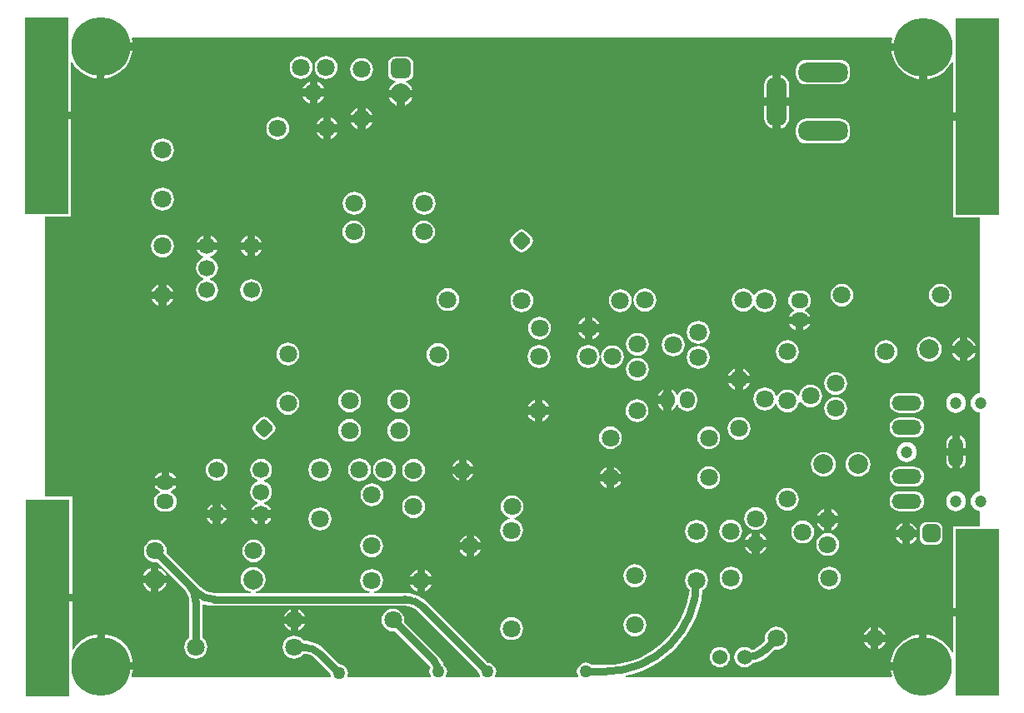
<source format=gtl>
G04*
G04 #@! TF.GenerationSoftware,Altium Limited,Altium Designer,21.0.8 (223)*
G04*
G04 Layer_Physical_Order=1*
G04 Layer_Color=580169*
%FSLAX44Y44*%
%MOMM*%
G71*
G04*
G04 #@! TF.SameCoordinates,817B6129-E2F9-410E-B20C-35ABB6862B10*
G04*
G04*
G04 #@! TF.FilePolarity,Positive*
G04*
G01*
G75*
%ADD17R,4.5000X20.0000*%
%ADD18R,4.5000X17.0000*%
%ADD37C,0.8000*%
%ADD38C,1.8000*%
%ADD39C,1.5240*%
G04:AMPARAMS|DCode=40|XSize=1.5mm|YSize=1.5mm|CornerRadius=0.375mm|HoleSize=0mm|Usage=FLASHONLY|Rotation=45.000|XOffset=0mm|YOffset=0mm|HoleType=Round|Shape=RoundedRectangle|*
%AMROUNDEDRECTD40*
21,1,1.5000,0.7500,0,0,45.0*
21,1,0.7500,1.5000,0,0,45.0*
1,1,0.7500,0.5303,0.0000*
1,1,0.7500,0.0000,-0.5303*
1,1,0.7500,-0.5303,0.0000*
1,1,0.7500,0.0000,0.5303*
%
%ADD40ROUNDEDRECTD40*%
%ADD41C,2.0000*%
%ADD42C,6.0000*%
G04:AMPARAMS|DCode=43|XSize=2mm|YSize=2mm|CornerRadius=0.5mm|HoleSize=0mm|Usage=FLASHONLY|Rotation=0.000|XOffset=0mm|YOffset=0mm|HoleType=Round|Shape=RoundedRectangle|*
%AMROUNDEDRECTD43*
21,1,2.0000,1.0000,0,0,0.0*
21,1,1.0000,2.0000,0,0,0.0*
1,1,1.0000,0.5000,-0.5000*
1,1,1.0000,-0.5000,-0.5000*
1,1,1.0000,-0.5000,0.5000*
1,1,1.0000,0.5000,0.5000*
%
%ADD43ROUNDEDRECTD43*%
G04:AMPARAMS|DCode=44|XSize=1.8mm|YSize=1.8mm|CornerRadius=0.45mm|HoleSize=0mm|Usage=FLASHONLY|Rotation=270.000|XOffset=0mm|YOffset=0mm|HoleType=Round|Shape=RoundedRectangle|*
%AMROUNDEDRECTD44*
21,1,1.8000,0.9000,0,0,270.0*
21,1,0.9000,1.8000,0,0,270.0*
1,1,0.9000,-0.4500,-0.4500*
1,1,0.9000,-0.4500,0.4500*
1,1,0.9000,0.4500,0.4500*
1,1,0.9000,0.4500,-0.4500*
%
%ADD44ROUNDEDRECTD44*%
%ADD45C,1.2000*%
%ADD46O,1.5000X3.0000*%
%ADD47O,3.0000X1.5000*%
%ADD48O,1.8000X1.5000*%
%ADD49O,1.5000X1.8000*%
%ADD50C,1.7000*%
G04:AMPARAMS|DCode=51|XSize=5mm|YSize=2mm|CornerRadius=0.8mm|HoleSize=0mm|Usage=FLASHONLY|Rotation=180.000|XOffset=0mm|YOffset=0mm|HoleType=Round|Shape=RoundedRectangle|*
%AMROUNDEDRECTD51*
21,1,5.0000,0.4000,0,0,180.0*
21,1,3.4000,2.0000,0,0,180.0*
1,1,1.6000,-1.7000,0.2000*
1,1,1.6000,1.7000,0.2000*
1,1,1.6000,1.7000,-0.2000*
1,1,1.6000,-1.7000,-0.2000*
%
%ADD51ROUNDEDRECTD51*%
G04:AMPARAMS|DCode=52|XSize=5mm|YSize=2mm|CornerRadius=0.8mm|HoleSize=0mm|Usage=FLASHONLY|Rotation=90.000|XOffset=0mm|YOffset=0mm|HoleType=Round|Shape=RoundedRectangle|*
%AMROUNDEDRECTD52*
21,1,5.0000,0.4000,0,0,90.0*
21,1,3.4000,2.0000,0,0,90.0*
1,1,1.6000,0.2000,1.7000*
1,1,1.6000,0.2000,-1.7000*
1,1,1.6000,-0.2000,-1.7000*
1,1,1.6000,-0.2000,1.7000*
%
%ADD52ROUNDEDRECTD52*%
%ADD53C,1.2700*%
G36*
X886621Y673186D02*
X885761Y669606D01*
X885674Y668500D01*
X918000D01*
Y664500D01*
X922000D01*
Y632174D01*
X923106Y632261D01*
X928086Y633457D01*
X932819Y635417D01*
X937186Y638093D01*
X941080Y641420D01*
X944407Y645314D01*
X946690Y649040D01*
X947960Y648682D01*
Y598000D01*
X973000D01*
Y590000D01*
X947960D01*
Y491460D01*
X975250D01*
Y312995D01*
X973629Y312782D01*
X971187Y311770D01*
X969089Y310161D01*
X967480Y308063D01*
X966468Y305621D01*
X966123Y303000D01*
X966468Y300379D01*
X967480Y297937D01*
X969089Y295839D01*
X971187Y294230D01*
X973629Y293218D01*
X975250Y293005D01*
Y212995D01*
X973629Y212782D01*
X971187Y211770D01*
X969089Y210161D01*
X967480Y208063D01*
X966468Y205621D01*
X966123Y203000D01*
X966468Y200379D01*
X967480Y197937D01*
X969089Y195839D01*
X971187Y194230D01*
X973629Y193218D01*
X975250Y193005D01*
Y177540D01*
X947960D01*
Y94000D01*
X973000D01*
Y86000D01*
X947960D01*
Y49395D01*
X946714Y49148D01*
X946333Y50068D01*
X943657Y54436D01*
X940330Y58330D01*
X936436Y61657D01*
X932068Y64333D01*
X927337Y66293D01*
X922356Y67489D01*
X921250Y67576D01*
Y35250D01*
X917250D01*
Y31250D01*
X884924D01*
X885011Y30144D01*
X886137Y25453D01*
X885469Y24183D01*
X615329D01*
X615172Y25453D01*
X623784Y27610D01*
X632947Y30889D01*
X641743Y35049D01*
X650090Y40052D01*
X657906Y45849D01*
X665116Y52384D01*
X671651Y59594D01*
X677448Y67410D01*
X682451Y75757D01*
X686611Y84553D01*
X689890Y93715D01*
X692254Y103155D01*
X693668Y112687D01*
X695730Y114270D01*
X697580Y116680D01*
X698743Y119487D01*
X699139Y122500D01*
X698743Y125513D01*
X697580Y128320D01*
X695730Y130730D01*
X693320Y132580D01*
X690512Y133743D01*
X687500Y134140D01*
X684488Y133743D01*
X681680Y132580D01*
X679270Y130730D01*
X677420Y128320D01*
X676257Y125513D01*
X675860Y122500D01*
X676257Y119487D01*
X677420Y116680D01*
X679270Y114270D01*
X680420Y113387D01*
X679285Y105735D01*
X677236Y97554D01*
X674395Y89614D01*
X670789Y81990D01*
X666454Y74756D01*
X661430Y67982D01*
X655766Y61734D01*
X649518Y56070D01*
X642744Y51046D01*
X635510Y46711D01*
X627887Y43105D01*
X619946Y40264D01*
X611765Y38215D01*
X603423Y36977D01*
X595090Y36568D01*
X594873Y36596D01*
X581007D01*
X579483Y37765D01*
X577321Y38661D01*
X575000Y38967D01*
X572679Y38661D01*
X570517Y37765D01*
X568660Y36340D01*
X567235Y34483D01*
X566339Y32321D01*
X566033Y30000D01*
X566339Y27679D01*
X567235Y25517D01*
X567384Y25322D01*
X566822Y24183D01*
X483178D01*
X482616Y25322D01*
X482765Y25517D01*
X483661Y27679D01*
X483967Y30000D01*
X483661Y32321D01*
X482765Y34483D01*
X481340Y36340D01*
X479483Y37765D01*
X477321Y38661D01*
X475417Y38912D01*
X413814Y100515D01*
X413844Y100545D01*
X410021Y103810D01*
X405734Y106437D01*
X401090Y108361D01*
X396201Y109534D01*
X391189Y109929D01*
Y109886D01*
X359831D01*
X359748Y111156D01*
X360513Y111257D01*
X363320Y112420D01*
X365730Y114270D01*
X367580Y116680D01*
X368743Y119487D01*
X369140Y122500D01*
X368743Y125513D01*
X367580Y128320D01*
X365730Y130730D01*
X363320Y132580D01*
X360513Y133743D01*
X357500Y134140D01*
X354487Y133743D01*
X351680Y132580D01*
X349270Y130730D01*
X347420Y128320D01*
X346257Y125513D01*
X345860Y122500D01*
X346257Y119487D01*
X347420Y116680D01*
X349270Y114270D01*
X351680Y112420D01*
X354487Y111257D01*
X355252Y111156D01*
X355169Y109886D01*
X239397D01*
X239314Y111156D01*
X240274Y111283D01*
X243324Y112546D01*
X245944Y114556D01*
X247954Y117176D01*
X249217Y120226D01*
X249648Y123500D01*
X249217Y126774D01*
X247954Y129824D01*
X245944Y132444D01*
X243324Y134454D01*
X240274Y135717D01*
X237000Y136148D01*
X233726Y135717D01*
X230676Y134454D01*
X228056Y132444D01*
X226046Y129824D01*
X224783Y126774D01*
X224352Y123500D01*
X224783Y120226D01*
X226046Y117176D01*
X228056Y114556D01*
X230676Y112546D01*
X233726Y111283D01*
X234686Y111156D01*
X234603Y109886D01*
X197231D01*
X197144Y109875D01*
X193559Y110228D01*
X190028Y111299D01*
X186773Y113039D01*
X183988Y115324D01*
X183935Y115394D01*
X176105Y123224D01*
X175755Y123634D01*
X175725Y123604D01*
X171164Y128164D01*
X148871Y150458D01*
X149139Y152500D01*
X148743Y155513D01*
X147580Y158320D01*
X145730Y160730D01*
X143320Y162580D01*
X140513Y163743D01*
X137500Y164140D01*
X134487Y163743D01*
X131680Y162580D01*
X129270Y160730D01*
X127420Y158320D01*
X126257Y155513D01*
X125860Y152500D01*
X126257Y149487D01*
X127420Y146680D01*
X129270Y144270D01*
X131680Y142420D01*
X134487Y141257D01*
X137500Y140861D01*
X139542Y141129D01*
X161836Y118836D01*
X166540Y114131D01*
X168751Y111437D01*
X170491Y108182D01*
X171562Y104651D01*
X171915Y101066D01*
X171904Y100979D01*
Y64234D01*
X170270Y62980D01*
X168420Y60570D01*
X167257Y57762D01*
X166860Y54750D01*
X167257Y51737D01*
X168420Y48930D01*
X170270Y46520D01*
X172680Y44670D01*
X175487Y43507D01*
X178500Y43110D01*
X181513Y43507D01*
X184320Y44670D01*
X186730Y46520D01*
X188580Y48930D01*
X189743Y51737D01*
X190140Y54750D01*
X189743Y57762D01*
X188580Y60570D01*
X186730Y62980D01*
X185096Y64234D01*
Y98002D01*
X186152Y98707D01*
X187331Y98219D01*
X192219Y97046D01*
X197231Y96651D01*
Y96694D01*
X391189D01*
X391276Y96705D01*
X394861Y96352D01*
X398392Y95281D01*
X401647Y93541D01*
X404432Y91256D01*
X404485Y91186D01*
X466088Y29583D01*
X466339Y27679D01*
X467235Y25517D01*
X467384Y25322D01*
X466822Y24183D01*
X433178D01*
X432616Y25322D01*
X432765Y25517D01*
X433661Y27679D01*
X433967Y30000D01*
X433661Y32321D01*
X432765Y34483D01*
X431340Y36340D01*
X430370Y37085D01*
X430347Y37142D01*
X429990Y38317D01*
X427982Y42074D01*
X425279Y45368D01*
X425245Y45334D01*
X390371Y80208D01*
X390640Y82250D01*
X390243Y85262D01*
X389080Y88070D01*
X387230Y90480D01*
X384820Y92330D01*
X382012Y93493D01*
X379000Y93890D01*
X375988Y93493D01*
X373180Y92330D01*
X370770Y90480D01*
X368920Y88070D01*
X367757Y85262D01*
X367360Y82250D01*
X367757Y79237D01*
X368920Y76430D01*
X370770Y74020D01*
X373180Y72170D01*
X375988Y71007D01*
X379000Y70610D01*
X381042Y70879D01*
X415916Y36005D01*
X415923Y36000D01*
X417183Y34358D01*
X416339Y32321D01*
X416033Y30000D01*
X416339Y27679D01*
X417235Y25517D01*
X417384Y25322D01*
X416822Y24183D01*
X333227D01*
X332522Y25239D01*
X332911Y26179D01*
X333217Y28500D01*
X332911Y30821D01*
X332015Y32983D01*
X330590Y34840D01*
X328733Y36265D01*
X326571Y37161D01*
X324667Y37412D01*
X310104Y51975D01*
X310134Y52005D01*
X306311Y55270D01*
X302024Y57897D01*
X297379Y59821D01*
X292491Y60994D01*
X287982Y61349D01*
X286730Y62980D01*
X284320Y64830D01*
X281513Y65993D01*
X278500Y66390D01*
X275487Y65993D01*
X272680Y64830D01*
X270270Y62980D01*
X268420Y60570D01*
X267257Y57762D01*
X266861Y54750D01*
X267257Y51737D01*
X268420Y48930D01*
X270270Y46520D01*
X272680Y44670D01*
X275487Y43507D01*
X278500Y43110D01*
X281513Y43507D01*
X284320Y44670D01*
X286730Y46520D01*
X287963Y48126D01*
X291151Y47812D01*
X294683Y46741D01*
X297937Y45001D01*
X300721Y42716D01*
X300775Y42646D01*
X315338Y28083D01*
X315589Y26179D01*
X315978Y25239D01*
X315273Y24183D01*
X114176D01*
X113497Y25200D01*
X113553Y25453D01*
X114739Y30394D01*
X114826Y31500D01*
X82500D01*
Y35500D01*
X78500D01*
Y67826D01*
X77394Y67739D01*
X72413Y66543D01*
X67681Y64583D01*
X63314Y61907D01*
X59419Y58580D01*
X56093Y54686D01*
X54310Y51776D01*
X53040Y52134D01*
Y101000D01*
X28000D01*
Y109000D01*
X53040D01*
Y207540D01*
X25250D01*
Y492460D01*
X52040D01*
Y591000D01*
X27000D01*
Y599000D01*
X52040D01*
Y648848D01*
X53310Y649207D01*
X55360Y645861D01*
X58687Y641966D01*
X62582Y638640D01*
X66949Y635963D01*
X71681Y634003D01*
X76661Y632808D01*
X77767Y632721D01*
Y665046D01*
X81767D01*
Y669046D01*
X114093D01*
X114006Y670153D01*
X113278Y673186D01*
X114064Y674183D01*
X885834D01*
X886621Y673186D01*
D02*
G37*
%LPC*%
G36*
X114093Y661046D02*
X85767D01*
Y632721D01*
X86873Y632808D01*
X91854Y634003D01*
X96586Y635963D01*
X100953Y638640D01*
X104848Y641966D01*
X108174Y645861D01*
X110850Y650228D01*
X112810Y654960D01*
X114006Y659940D01*
X114093Y661046D01*
D02*
G37*
G36*
X311000Y655640D02*
X307987Y655243D01*
X305180Y654080D01*
X302770Y652230D01*
X300920Y649820D01*
X299757Y647012D01*
X299360Y644000D01*
X299757Y640987D01*
X300920Y638180D01*
X302770Y635770D01*
X305180Y633920D01*
X307987Y632757D01*
X311000Y632360D01*
X314013Y632757D01*
X316820Y633920D01*
X319230Y635770D01*
X321080Y638180D01*
X322243Y640987D01*
X322640Y644000D01*
X322243Y647012D01*
X321080Y649820D01*
X319230Y652230D01*
X316820Y654080D01*
X314013Y655243D01*
X311000Y655640D01*
D02*
G37*
G36*
X285600D02*
X282587Y655243D01*
X279780Y654080D01*
X277370Y652230D01*
X275520Y649820D01*
X274357Y647012D01*
X273960Y644000D01*
X274357Y640987D01*
X275520Y638180D01*
X277370Y635770D01*
X279780Y633920D01*
X282587Y632757D01*
X285600Y632360D01*
X288612Y632757D01*
X291420Y633920D01*
X293830Y635770D01*
X295680Y638180D01*
X296843Y640987D01*
X297239Y644000D01*
X296843Y647012D01*
X295680Y649820D01*
X293830Y652230D01*
X291420Y654080D01*
X288612Y655243D01*
X285600Y655640D01*
D02*
G37*
G36*
X914000Y660500D02*
X885674D01*
X885761Y659394D01*
X886957Y654414D01*
X888917Y649681D01*
X891593Y645314D01*
X894920Y641420D01*
X898814Y638093D01*
X903182Y635417D01*
X907914Y633457D01*
X912894Y632261D01*
X914000Y632174D01*
Y660500D01*
D02*
G37*
G36*
X347000Y653640D02*
X343988Y653243D01*
X341180Y652080D01*
X338770Y650230D01*
X336920Y647820D01*
X335757Y645013D01*
X335360Y642000D01*
X335757Y638988D01*
X336920Y636180D01*
X338770Y633770D01*
X341180Y631920D01*
X343988Y630757D01*
X347000Y630360D01*
X350013Y630757D01*
X352820Y631920D01*
X355230Y633770D01*
X357080Y636180D01*
X358243Y638988D01*
X358639Y642000D01*
X358243Y645013D01*
X357080Y647820D01*
X355230Y650230D01*
X352820Y652080D01*
X350013Y653243D01*
X347000Y653640D01*
D02*
G37*
G36*
X833000Y651881D02*
X799000D01*
X796248Y651519D01*
X793684Y650457D01*
X791483Y648767D01*
X789793Y646565D01*
X788731Y644001D01*
X788369Y641250D01*
Y637250D01*
X788731Y634498D01*
X789793Y631935D01*
X791483Y629733D01*
X793684Y628043D01*
X796248Y626981D01*
X799000Y626619D01*
X833000D01*
X835751Y626981D01*
X838316Y628043D01*
X840517Y629733D01*
X842207Y631935D01*
X843269Y634498D01*
X843631Y637250D01*
Y641250D01*
X843269Y644001D01*
X842207Y646565D01*
X840517Y648767D01*
X838316Y650457D01*
X835751Y651519D01*
X833000Y651881D01*
D02*
G37*
G36*
X302300Y629434D02*
Y622600D01*
X309134D01*
X308380Y624420D01*
X306530Y626830D01*
X304120Y628680D01*
X302300Y629434D01*
D02*
G37*
G36*
X294300D02*
X292480Y628680D01*
X290070Y626830D01*
X288220Y624420D01*
X287466Y622600D01*
X294300D01*
Y629434D01*
D02*
G37*
G36*
X392000Y655305D02*
X382000D01*
X380032Y655046D01*
X378197Y654286D01*
X376622Y653078D01*
X375414Y651503D01*
X374654Y649668D01*
X374395Y647700D01*
Y637700D01*
X374654Y635732D01*
X375414Y633897D01*
X376622Y632322D01*
X378197Y631114D01*
X380032Y630354D01*
X380694Y630267D01*
X381704Y628861D01*
X381666Y628664D01*
X380676Y628254D01*
X378056Y626244D01*
X376046Y623624D01*
X375084Y621300D01*
X398916D01*
X397954Y623624D01*
X395944Y626244D01*
X393324Y628254D01*
X392334Y628664D01*
X392296Y628861D01*
X393306Y630267D01*
X393968Y630354D01*
X395802Y631114D01*
X397378Y632322D01*
X398586Y633897D01*
X399346Y635732D01*
X399605Y637700D01*
Y647700D01*
X399346Y649668D01*
X398586Y651503D01*
X397378Y653078D01*
X395802Y654286D01*
X393968Y655046D01*
X392000Y655305D01*
D02*
G37*
G36*
X773000Y636618D02*
Y613250D01*
X781631D01*
Y626250D01*
X781269Y629002D01*
X780207Y631566D01*
X778517Y633767D01*
X776316Y635457D01*
X773752Y636519D01*
X773000Y636618D01*
D02*
G37*
G36*
X765000D02*
X764249Y636519D01*
X761684Y635457D01*
X759483Y633767D01*
X757793Y631566D01*
X756731Y629002D01*
X756369Y626250D01*
Y613250D01*
X765000D01*
Y636618D01*
D02*
G37*
G36*
X309134Y614600D02*
X302300D01*
Y607766D01*
X304120Y608520D01*
X306530Y610370D01*
X308380Y612780D01*
X309134Y614600D01*
D02*
G37*
G36*
X294300D02*
X287466D01*
X288220Y612780D01*
X290070Y610370D01*
X292480Y608520D01*
X294300Y607766D01*
Y614600D01*
D02*
G37*
G36*
X398916Y613300D02*
X391000D01*
Y605384D01*
X393324Y606346D01*
X395944Y608356D01*
X397954Y610976D01*
X398916Y613300D01*
D02*
G37*
G36*
X383000D02*
X375084D01*
X376046Y610976D01*
X378056Y608356D01*
X380676Y606346D01*
X383000Y605384D01*
Y613300D01*
D02*
G37*
G36*
X351000Y602834D02*
Y596000D01*
X357834D01*
X357080Y597820D01*
X355230Y600230D01*
X352820Y602080D01*
X351000Y602834D01*
D02*
G37*
G36*
X343000Y602834D02*
X341180Y602080D01*
X338770Y600230D01*
X336920Y597820D01*
X336166Y596000D01*
X343000D01*
Y602834D01*
D02*
G37*
G36*
X316000Y592834D02*
Y586000D01*
X322834D01*
X322080Y587820D01*
X320230Y590230D01*
X317820Y592080D01*
X316000Y592834D01*
D02*
G37*
G36*
X308000D02*
X306180Y592080D01*
X303770Y590230D01*
X301920Y587820D01*
X301166Y586000D01*
X308000D01*
Y592834D01*
D02*
G37*
G36*
X765000Y605250D02*
X756369D01*
Y592250D01*
X756731Y589498D01*
X757793Y586935D01*
X759483Y584733D01*
X761684Y583043D01*
X764249Y581981D01*
X765000Y581882D01*
Y605250D01*
D02*
G37*
G36*
X781631D02*
X773000D01*
Y581882D01*
X773752Y581981D01*
X776316Y583043D01*
X778517Y584733D01*
X780207Y586935D01*
X781269Y589498D01*
X781631Y592250D01*
Y605250D01*
D02*
G37*
G36*
X357834Y588000D02*
X351000D01*
Y581166D01*
X352820Y581920D01*
X355230Y583770D01*
X357080Y586180D01*
X357834Y588000D01*
D02*
G37*
G36*
X343000D02*
X336166D01*
X336920Y586180D01*
X338770Y583770D01*
X341180Y581920D01*
X343000Y581166D01*
Y588000D01*
D02*
G37*
G36*
X322834Y578000D02*
X316000D01*
Y571166D01*
X317820Y571920D01*
X320230Y573770D01*
X322080Y576180D01*
X322834Y578000D01*
D02*
G37*
G36*
X308000D02*
X301166D01*
X301920Y576180D01*
X303770Y573770D01*
X306180Y571920D01*
X308000Y571166D01*
Y578000D01*
D02*
G37*
G36*
X262000Y593640D02*
X258987Y593243D01*
X256180Y592080D01*
X253769Y590230D01*
X251920Y587820D01*
X250757Y585013D01*
X250360Y582000D01*
X250757Y578988D01*
X251920Y576180D01*
X253769Y573770D01*
X256180Y571920D01*
X258987Y570757D01*
X262000Y570360D01*
X265012Y570757D01*
X267820Y571920D01*
X270230Y573770D01*
X272080Y576180D01*
X273243Y578988D01*
X273640Y582000D01*
X273243Y585013D01*
X272080Y587820D01*
X270230Y590230D01*
X267820Y592080D01*
X265012Y593243D01*
X262000Y593640D01*
D02*
G37*
G36*
X833000Y591881D02*
X799000D01*
X796248Y591519D01*
X793684Y590457D01*
X791483Y588767D01*
X789793Y586566D01*
X788731Y584002D01*
X788369Y581250D01*
Y577250D01*
X788731Y574498D01*
X789793Y571935D01*
X791483Y569733D01*
X793684Y568043D01*
X796248Y566981D01*
X799000Y566619D01*
X833000D01*
X835751Y566981D01*
X838316Y568043D01*
X840517Y569733D01*
X842207Y571935D01*
X843269Y574498D01*
X843631Y577250D01*
Y581250D01*
X843269Y584002D01*
X842207Y586566D01*
X840517Y588767D01*
X838316Y590457D01*
X835751Y591519D01*
X833000Y591881D01*
D02*
G37*
G36*
X145000Y571640D02*
X141987Y571243D01*
X139180Y570080D01*
X136770Y568230D01*
X134920Y565820D01*
X133757Y563013D01*
X133361Y560000D01*
X133757Y556987D01*
X134920Y554180D01*
X136770Y551770D01*
X139180Y549920D01*
X141987Y548757D01*
X145000Y548360D01*
X148013Y548757D01*
X150820Y549920D01*
X153230Y551770D01*
X155080Y554180D01*
X156243Y556987D01*
X156640Y560000D01*
X156243Y563013D01*
X155080Y565820D01*
X153230Y568230D01*
X150820Y570080D01*
X148013Y571243D01*
X145000Y571640D01*
D02*
G37*
G36*
X145000Y521640D02*
X141987Y521243D01*
X139180Y520080D01*
X136770Y518230D01*
X134920Y515820D01*
X133757Y513013D01*
X133360Y510000D01*
X133757Y506987D01*
X134920Y504180D01*
X136770Y501770D01*
X139180Y499920D01*
X141987Y498757D01*
X145000Y498360D01*
X148013Y498757D01*
X150820Y499920D01*
X153230Y501770D01*
X155080Y504180D01*
X156243Y506987D01*
X156639Y510000D01*
X156243Y513013D01*
X155080Y515820D01*
X153230Y518230D01*
X150820Y520080D01*
X148013Y521243D01*
X145000Y521640D01*
D02*
G37*
G36*
X410750Y517390D02*
X407737Y516993D01*
X404930Y515830D01*
X402520Y513980D01*
X400670Y511570D01*
X399507Y508763D01*
X399110Y505750D01*
X399507Y502738D01*
X400670Y499930D01*
X402520Y497520D01*
X404930Y495670D01*
X407737Y494507D01*
X410750Y494110D01*
X413763Y494507D01*
X416570Y495670D01*
X418980Y497520D01*
X420830Y499930D01*
X421993Y502738D01*
X422389Y505750D01*
X421993Y508763D01*
X420830Y511570D01*
X418980Y513980D01*
X416570Y515830D01*
X413763Y516993D01*
X410750Y517390D01*
D02*
G37*
G36*
X339750D02*
X336737Y516993D01*
X333930Y515830D01*
X331520Y513980D01*
X329670Y511570D01*
X328507Y508763D01*
X328110Y505750D01*
X328507Y502738D01*
X329670Y499930D01*
X331520Y497520D01*
X333930Y495670D01*
X336737Y494507D01*
X339750Y494110D01*
X342762Y494507D01*
X345570Y495670D01*
X347980Y497520D01*
X349830Y499930D01*
X350993Y502738D01*
X351390Y505750D01*
X350993Y508763D01*
X349830Y511570D01*
X347980Y513980D01*
X345570Y515830D01*
X342762Y516993D01*
X339750Y517390D01*
D02*
G37*
G36*
X239000Y472793D02*
Y466500D01*
X245293D01*
X244643Y468068D01*
X242874Y470374D01*
X240568Y472143D01*
X239000Y472793D01*
D02*
G37*
G36*
X194000Y472793D02*
Y466500D01*
X200293D01*
X199643Y468068D01*
X197874Y470374D01*
X195568Y472143D01*
X194000Y472793D01*
D02*
G37*
G36*
X186000D02*
X184432Y472143D01*
X182126Y470374D01*
X180357Y468068D01*
X179707Y466500D01*
X186000D01*
Y472793D01*
D02*
G37*
G36*
X231000Y472793D02*
X229432Y472143D01*
X227126Y470374D01*
X225357Y468068D01*
X224707Y466500D01*
X231000D01*
Y472793D01*
D02*
G37*
G36*
X410250Y488390D02*
X407237Y487993D01*
X404430Y486830D01*
X402020Y484980D01*
X400170Y482570D01*
X399007Y479763D01*
X398610Y476750D01*
X399007Y473737D01*
X400170Y470930D01*
X402020Y468520D01*
X404430Y466670D01*
X407237Y465507D01*
X410250Y465111D01*
X413262Y465507D01*
X416070Y466670D01*
X418480Y468520D01*
X420330Y470930D01*
X421493Y473737D01*
X421889Y476750D01*
X421493Y479763D01*
X420330Y482570D01*
X418480Y484980D01*
X416070Y486830D01*
X413262Y487993D01*
X410250Y488390D01*
D02*
G37*
G36*
X339250D02*
X336237Y487993D01*
X333430Y486830D01*
X331020Y484980D01*
X329170Y482570D01*
X328007Y479763D01*
X327610Y476750D01*
X328007Y473737D01*
X329170Y470930D01*
X331020Y468520D01*
X333430Y466670D01*
X336237Y465507D01*
X339250Y465111D01*
X342262Y465507D01*
X345070Y466670D01*
X347480Y468520D01*
X349330Y470930D01*
X350493Y473737D01*
X350890Y476750D01*
X350493Y479763D01*
X349330Y482570D01*
X347480Y484980D01*
X345070Y486830D01*
X342262Y487993D01*
X339250Y488390D01*
D02*
G37*
G36*
X509750Y479416D02*
X507296Y478928D01*
X505215Y477538D01*
X499912Y472235D01*
X498522Y470154D01*
X498033Y467700D01*
X498522Y465246D01*
X499912Y463165D01*
X505215Y457862D01*
X507296Y456471D01*
X509750Y455983D01*
X512204Y456471D01*
X514285Y457862D01*
X519588Y463165D01*
X520978Y465246D01*
X521466Y467700D01*
X520978Y470154D01*
X519588Y472235D01*
X514285Y477538D01*
X512204Y478928D01*
X509750Y479416D01*
D02*
G37*
G36*
X245293Y458500D02*
X239000D01*
Y452207D01*
X240568Y452857D01*
X242874Y454626D01*
X244643Y456932D01*
X245293Y458500D01*
D02*
G37*
G36*
X231000D02*
X224707D01*
X225357Y456932D01*
X227126Y454626D01*
X229432Y452857D01*
X231000Y452207D01*
Y458500D01*
D02*
G37*
G36*
X145000Y474140D02*
X141987Y473743D01*
X139180Y472580D01*
X136770Y470730D01*
X134920Y468320D01*
X133757Y465513D01*
X133361Y462500D01*
X133757Y459487D01*
X134920Y456680D01*
X136770Y454269D01*
X139180Y452420D01*
X141987Y451257D01*
X145000Y450860D01*
X148013Y451257D01*
X150820Y452420D01*
X153230Y454269D01*
X155080Y456680D01*
X156243Y459487D01*
X156640Y462500D01*
X156243Y465513D01*
X155080Y468320D01*
X153230Y470730D01*
X150820Y472580D01*
X148013Y473743D01*
X145000Y474140D01*
D02*
G37*
G36*
X149000Y423334D02*
Y416500D01*
X155834D01*
X155080Y418320D01*
X153230Y420730D01*
X150820Y422580D01*
X149000Y423334D01*
D02*
G37*
G36*
X141000Y423334D02*
X139180Y422580D01*
X136770Y420730D01*
X134920Y418320D01*
X134166Y416500D01*
X141000D01*
Y423334D01*
D02*
G37*
G36*
X235000Y428635D02*
X232118Y428256D01*
X229432Y427143D01*
X227126Y425374D01*
X225357Y423068D01*
X224244Y420382D01*
X223865Y417500D01*
X224244Y414618D01*
X225357Y411932D01*
X227126Y409626D01*
X229432Y407857D01*
X232118Y406744D01*
X235000Y406365D01*
X237882Y406744D01*
X240568Y407857D01*
X242874Y409626D01*
X244643Y411932D01*
X245756Y414618D01*
X246135Y417500D01*
X245756Y420382D01*
X244643Y423068D01*
X242874Y425374D01*
X240568Y427143D01*
X237882Y428256D01*
X235000Y428635D01*
D02*
G37*
G36*
X200293Y458500D02*
X190000D01*
X179707D01*
X180357Y456932D01*
X182126Y454626D01*
X184432Y452857D01*
X186671Y451929D01*
Y450571D01*
X184432Y449643D01*
X182126Y447874D01*
X180357Y445568D01*
X179244Y442882D01*
X178865Y440000D01*
X179244Y437118D01*
X180357Y434432D01*
X182126Y432126D01*
X184432Y430357D01*
X186671Y429429D01*
Y428071D01*
X184432Y427143D01*
X182126Y425374D01*
X180357Y423068D01*
X179244Y420382D01*
X178865Y417500D01*
X179244Y414618D01*
X180357Y411932D01*
X182126Y409626D01*
X184432Y407857D01*
X187118Y406744D01*
X190000Y406365D01*
X192882Y406744D01*
X195568Y407857D01*
X197874Y409626D01*
X199643Y411932D01*
X200756Y414618D01*
X201135Y417500D01*
X200756Y420382D01*
X199643Y423068D01*
X197874Y425374D01*
X195568Y427143D01*
X193329Y428071D01*
Y429429D01*
X195568Y430357D01*
X197874Y432126D01*
X199643Y434432D01*
X200756Y437118D01*
X201135Y440000D01*
X200756Y442882D01*
X199643Y445568D01*
X197874Y447874D01*
X195568Y449643D01*
X193329Y450571D01*
Y451929D01*
X195568Y452857D01*
X197874Y454626D01*
X199643Y456932D01*
X200293Y458500D01*
D02*
G37*
G36*
X141000Y408500D02*
X134166D01*
X134920Y406680D01*
X136770Y404269D01*
X139180Y402420D01*
X141000Y401666D01*
Y408500D01*
D02*
G37*
G36*
X155834D02*
X149000D01*
Y401666D01*
X150820Y402420D01*
X153230Y404269D01*
X155080Y406680D01*
X155834Y408500D01*
D02*
G37*
G36*
X935250Y424140D02*
X932237Y423743D01*
X929430Y422580D01*
X927020Y420730D01*
X925170Y418320D01*
X924007Y415513D01*
X923610Y412500D01*
X924007Y409487D01*
X925170Y406680D01*
X927020Y404270D01*
X929430Y402420D01*
X932237Y401257D01*
X935250Y400860D01*
X938262Y401257D01*
X941070Y402420D01*
X943480Y404270D01*
X945330Y406680D01*
X946493Y409487D01*
X946889Y412500D01*
X946493Y415513D01*
X945330Y418320D01*
X943480Y420730D01*
X941070Y422580D01*
X938262Y423743D01*
X935250Y424140D01*
D02*
G37*
G36*
X835250D02*
X832237Y423743D01*
X829430Y422580D01*
X827020Y420730D01*
X825170Y418320D01*
X824007Y415513D01*
X823610Y412500D01*
X824007Y409487D01*
X825170Y406680D01*
X827020Y404270D01*
X829430Y402420D01*
X832237Y401257D01*
X835250Y400860D01*
X838262Y401257D01*
X841070Y402420D01*
X843480Y404270D01*
X845330Y406680D01*
X846493Y409487D01*
X846889Y412500D01*
X846493Y415513D01*
X845330Y418320D01*
X843480Y420730D01*
X841070Y422580D01*
X838262Y423743D01*
X835250Y424140D01*
D02*
G37*
G36*
X434750Y419640D02*
X431738Y419243D01*
X428930Y418080D01*
X426520Y416230D01*
X424670Y413820D01*
X423507Y411013D01*
X423111Y408000D01*
X423507Y404987D01*
X424670Y402180D01*
X426520Y399770D01*
X428930Y397920D01*
X431738Y396757D01*
X434750Y396361D01*
X437762Y396757D01*
X440570Y397920D01*
X442980Y399770D01*
X444830Y402180D01*
X445993Y404987D01*
X446390Y408000D01*
X445993Y411013D01*
X444830Y413820D01*
X442980Y416230D01*
X440570Y418080D01*
X437762Y419243D01*
X434750Y419640D01*
D02*
G37*
G36*
X635000Y419140D02*
X631987Y418743D01*
X629180Y417580D01*
X626770Y415730D01*
X624920Y413320D01*
X623757Y410513D01*
X623360Y407500D01*
X623757Y404487D01*
X624920Y401680D01*
X626770Y399270D01*
X629180Y397420D01*
X631987Y396257D01*
X635000Y395860D01*
X638013Y396257D01*
X640820Y397420D01*
X643230Y399270D01*
X645080Y401680D01*
X646243Y404487D01*
X646639Y407500D01*
X646243Y410513D01*
X645080Y413320D01*
X643230Y415730D01*
X640820Y417580D01*
X638013Y418743D01*
X635000Y419140D01*
D02*
G37*
G36*
X735000D02*
X731987Y418743D01*
X729180Y417580D01*
X726770Y415730D01*
X724920Y413320D01*
X723757Y410513D01*
X723360Y407500D01*
X723757Y404487D01*
X724920Y401680D01*
X726770Y399270D01*
X729180Y397420D01*
X731987Y396257D01*
X735000Y395860D01*
X738012Y396257D01*
X740820Y397420D01*
X743230Y399270D01*
X745080Y401680D01*
X745261Y402118D01*
X746531D01*
X746920Y401180D01*
X748770Y398770D01*
X751180Y396920D01*
X753987Y395757D01*
X757000Y395360D01*
X760013Y395757D01*
X762820Y396920D01*
X765230Y398770D01*
X767080Y401180D01*
X768243Y403988D01*
X768640Y407000D01*
X768243Y410013D01*
X767080Y412820D01*
X765230Y415230D01*
X762820Y417080D01*
X760013Y418243D01*
X757000Y418639D01*
X753987Y418243D01*
X751180Y417080D01*
X748770Y415230D01*
X746920Y412820D01*
X746739Y412382D01*
X745469D01*
X745080Y413320D01*
X743230Y415730D01*
X740820Y417580D01*
X738012Y418743D01*
X735000Y419140D01*
D02*
G37*
G36*
X610000Y418639D02*
X606987Y418243D01*
X604180Y417080D01*
X601770Y415230D01*
X599920Y412820D01*
X598757Y410013D01*
X598360Y407000D01*
X598757Y403988D01*
X599920Y401180D01*
X601770Y398770D01*
X604180Y396920D01*
X606987Y395757D01*
X610000Y395360D01*
X613013Y395757D01*
X615820Y396920D01*
X618230Y398770D01*
X620080Y401180D01*
X621243Y403988D01*
X621640Y407000D01*
X621243Y410013D01*
X620080Y412820D01*
X618230Y415230D01*
X615820Y417080D01*
X613013Y418243D01*
X610000Y418639D01*
D02*
G37*
G36*
X510000D02*
X506987Y418243D01*
X504180Y417080D01*
X501770Y415230D01*
X499920Y412820D01*
X498757Y410013D01*
X498360Y407000D01*
X498757Y403988D01*
X499920Y401180D01*
X501770Y398770D01*
X504180Y396920D01*
X506987Y395757D01*
X510000Y395360D01*
X513013Y395757D01*
X515820Y396920D01*
X518230Y398770D01*
X520080Y401180D01*
X521243Y403988D01*
X521640Y407000D01*
X521243Y410013D01*
X520080Y412820D01*
X518230Y415230D01*
X515820Y417080D01*
X513013Y418243D01*
X510000Y418639D01*
D02*
G37*
G36*
X793750Y417127D02*
X790750D01*
X788129Y416782D01*
X785687Y415770D01*
X783589Y414161D01*
X781980Y412063D01*
X780968Y409621D01*
X780623Y407000D01*
X780968Y404379D01*
X781980Y401937D01*
X783589Y399839D01*
X785687Y398230D01*
X786997Y397687D01*
Y396313D01*
X785687Y395770D01*
X783589Y394161D01*
X781980Y392063D01*
X781540Y391000D01*
X792250D01*
X802960D01*
X802520Y392063D01*
X800911Y394161D01*
X798813Y395770D01*
X797503Y396313D01*
Y397687D01*
X798813Y398230D01*
X800911Y399839D01*
X802520Y401937D01*
X803531Y404379D01*
X803877Y407000D01*
X803531Y409621D01*
X802520Y412063D01*
X800911Y414161D01*
X798813Y415770D01*
X796371Y416782D01*
X793750Y417127D01*
D02*
G37*
G36*
X582000Y389834D02*
Y383000D01*
X588834D01*
X588080Y384820D01*
X586230Y387230D01*
X583820Y389080D01*
X582000Y389834D01*
D02*
G37*
G36*
X574000D02*
X572180Y389080D01*
X569770Y387230D01*
X567920Y384820D01*
X567166Y383000D01*
X574000D01*
Y389834D01*
D02*
G37*
G36*
X802960Y383000D02*
X796250D01*
Y377202D01*
X796371Y377218D01*
X798813Y378230D01*
X800911Y379839D01*
X802520Y381937D01*
X802960Y383000D01*
D02*
G37*
G36*
X788250D02*
X781540D01*
X781980Y381937D01*
X783589Y379839D01*
X785687Y378230D01*
X788129Y377218D01*
X788250Y377202D01*
Y383000D01*
D02*
G37*
G36*
X588834Y375000D02*
X582000D01*
Y368166D01*
X583820Y368920D01*
X586230Y370770D01*
X588080Y373180D01*
X588834Y375000D01*
D02*
G37*
G36*
X574000D02*
X567166D01*
X567920Y373180D01*
X569770Y370770D01*
X572180Y368920D01*
X574000Y368166D01*
Y375000D01*
D02*
G37*
G36*
X528000Y390640D02*
X524987Y390243D01*
X522180Y389080D01*
X519770Y387230D01*
X517920Y384820D01*
X516757Y382012D01*
X516360Y379000D01*
X516757Y375988D01*
X517920Y373180D01*
X519770Y370770D01*
X522180Y368920D01*
X524987Y367757D01*
X528000Y367360D01*
X531012Y367757D01*
X533820Y368920D01*
X536230Y370770D01*
X538080Y373180D01*
X539243Y375988D01*
X539640Y379000D01*
X539243Y382012D01*
X538080Y384820D01*
X536230Y387230D01*
X533820Y389080D01*
X531012Y390243D01*
X528000Y390640D01*
D02*
G37*
G36*
X689400Y386340D02*
X686387Y385943D01*
X683580Y384780D01*
X681170Y382930D01*
X679320Y380520D01*
X678157Y377713D01*
X677760Y374700D01*
X678157Y371688D01*
X679320Y368880D01*
X681170Y366470D01*
X683580Y364620D01*
X686387Y363457D01*
X689400Y363060D01*
X692412Y363457D01*
X695220Y364620D01*
X697630Y366470D01*
X699480Y368880D01*
X700643Y371688D01*
X701040Y374700D01*
X700643Y377713D01*
X699480Y380520D01*
X697630Y382930D01*
X695220Y384780D01*
X692412Y385943D01*
X689400Y386340D01*
D02*
G37*
G36*
X963000Y369416D02*
Y361500D01*
X970916D01*
X969954Y363824D01*
X967944Y366444D01*
X965324Y368454D01*
X963000Y369416D01*
D02*
G37*
G36*
X955000D02*
X952676Y368454D01*
X950056Y366444D01*
X948046Y363824D01*
X947084Y361500D01*
X955000D01*
Y369416D01*
D02*
G37*
G36*
X627500Y374140D02*
X624487Y373743D01*
X621680Y372580D01*
X619270Y370730D01*
X617420Y368320D01*
X616257Y365513D01*
X615860Y362500D01*
X616257Y359487D01*
X617420Y356680D01*
X619270Y354270D01*
X621680Y352420D01*
X624487Y351257D01*
X627500Y350860D01*
X630513Y351257D01*
X633320Y352420D01*
X635730Y354270D01*
X637580Y356680D01*
X638743Y359487D01*
X639140Y362500D01*
X638743Y365513D01*
X637580Y368320D01*
X635730Y370730D01*
X633320Y372580D01*
X630513Y373743D01*
X627500Y374140D01*
D02*
G37*
G36*
X664000Y373640D02*
X660987Y373243D01*
X658180Y372080D01*
X655770Y370230D01*
X653920Y367820D01*
X652757Y365013D01*
X652360Y362000D01*
X652757Y358988D01*
X653920Y356180D01*
X655770Y353770D01*
X658180Y351920D01*
X660987Y350757D01*
X664000Y350360D01*
X667012Y350757D01*
X669820Y351920D01*
X672230Y353770D01*
X674080Y356180D01*
X675243Y358988D01*
X675639Y362000D01*
X675243Y365013D01*
X674080Y367820D01*
X672230Y370230D01*
X669820Y372080D01*
X667012Y373243D01*
X664000Y373640D01*
D02*
G37*
G36*
X970916Y353500D02*
X963000D01*
Y345584D01*
X965324Y346546D01*
X967944Y348556D01*
X969954Y351176D01*
X970916Y353500D01*
D02*
G37*
G36*
X955000D02*
X947084D01*
X948046Y351176D01*
X950056Y348556D01*
X952676Y346546D01*
X955000Y345584D01*
Y353500D01*
D02*
G37*
G36*
X924000Y370148D02*
X920726Y369717D01*
X917676Y368454D01*
X915056Y366444D01*
X913046Y363824D01*
X911783Y360774D01*
X911352Y357500D01*
X911783Y354226D01*
X913046Y351176D01*
X915056Y348556D01*
X917676Y346546D01*
X920726Y345283D01*
X924000Y344852D01*
X927274Y345283D01*
X930324Y346546D01*
X932944Y348556D01*
X934954Y351176D01*
X936217Y354226D01*
X936648Y357500D01*
X936217Y360774D01*
X934954Y363824D01*
X932944Y366444D01*
X930324Y368454D01*
X927274Y369717D01*
X924000Y370148D01*
D02*
G37*
G36*
X880000Y366640D02*
X876988Y366243D01*
X874180Y365080D01*
X871770Y363230D01*
X869920Y360820D01*
X868757Y358013D01*
X868360Y355000D01*
X868757Y351987D01*
X869920Y349180D01*
X871770Y346770D01*
X874180Y344920D01*
X876988Y343757D01*
X880000Y343360D01*
X883012Y343757D01*
X885820Y344920D01*
X888230Y346770D01*
X890080Y349180D01*
X891243Y351987D01*
X891639Y355000D01*
X891243Y358013D01*
X890080Y360820D01*
X888230Y363230D01*
X885820Y365080D01*
X883012Y366243D01*
X880000Y366640D01*
D02*
G37*
G36*
X780000D02*
X776987Y366243D01*
X774180Y365080D01*
X771770Y363230D01*
X769920Y360820D01*
X768757Y358013D01*
X768360Y355000D01*
X768757Y351987D01*
X769920Y349180D01*
X771770Y346770D01*
X774180Y344920D01*
X776987Y343757D01*
X780000Y343360D01*
X783012Y343757D01*
X785820Y344920D01*
X788230Y346770D01*
X790080Y349180D01*
X791243Y351987D01*
X791639Y355000D01*
X791243Y358013D01*
X790080Y360820D01*
X788230Y363230D01*
X785820Y365080D01*
X783012Y366243D01*
X780000Y366640D01*
D02*
G37*
G36*
X272250Y364140D02*
X269237Y363743D01*
X266430Y362580D01*
X264020Y360730D01*
X262170Y358320D01*
X261007Y355513D01*
X260611Y352500D01*
X261007Y349487D01*
X262170Y346680D01*
X264020Y344270D01*
X266430Y342420D01*
X269237Y341257D01*
X272250Y340860D01*
X275263Y341257D01*
X278070Y342420D01*
X280480Y344270D01*
X282330Y346680D01*
X283493Y349487D01*
X283890Y352500D01*
X283493Y355513D01*
X282330Y358320D01*
X280480Y360730D01*
X278070Y362580D01*
X275263Y363743D01*
X272250Y364140D01*
D02*
G37*
G36*
X424750Y363640D02*
X421738Y363243D01*
X418930Y362080D01*
X416520Y360230D01*
X414670Y357820D01*
X413507Y355013D01*
X413111Y352000D01*
X413507Y348988D01*
X414670Y346180D01*
X416520Y343770D01*
X418930Y341920D01*
X421738Y340757D01*
X424750Y340360D01*
X427762Y340757D01*
X430570Y341920D01*
X432980Y343770D01*
X434830Y346180D01*
X435993Y348988D01*
X436390Y352000D01*
X435993Y355013D01*
X434830Y357820D01*
X432980Y360230D01*
X430570Y362080D01*
X427762Y363243D01*
X424750Y363640D01*
D02*
G37*
G36*
X577500Y361640D02*
X574487Y361243D01*
X571680Y360080D01*
X569270Y358230D01*
X567420Y355820D01*
X566257Y353013D01*
X565860Y350000D01*
X566257Y346987D01*
X567420Y344180D01*
X569270Y341770D01*
X571680Y339920D01*
X574487Y338757D01*
X577500Y338360D01*
X580513Y338757D01*
X583320Y339920D01*
X585730Y341770D01*
X587580Y344180D01*
X588743Y346987D01*
X589140Y350000D01*
X588743Y353013D01*
X587580Y355820D01*
X585730Y358230D01*
X583320Y360080D01*
X580513Y361243D01*
X577500Y361640D01*
D02*
G37*
G36*
X527500D02*
X524487Y361243D01*
X521680Y360080D01*
X519270Y358230D01*
X517420Y355820D01*
X516257Y353013D01*
X515860Y350000D01*
X516257Y346987D01*
X517420Y344180D01*
X519270Y341770D01*
X521680Y339920D01*
X524487Y338757D01*
X527500Y338360D01*
X530513Y338757D01*
X533320Y339920D01*
X535730Y341770D01*
X537580Y344180D01*
X538743Y346987D01*
X539140Y350000D01*
X538743Y353013D01*
X537580Y355820D01*
X535730Y358230D01*
X533320Y360080D01*
X530513Y361243D01*
X527500Y361640D01*
D02*
G37*
G36*
X602100Y361440D02*
X599087Y361043D01*
X596280Y359880D01*
X593870Y358030D01*
X592020Y355620D01*
X590857Y352813D01*
X590460Y349800D01*
X590857Y346787D01*
X592020Y343980D01*
X593870Y341570D01*
X596280Y339720D01*
X599087Y338557D01*
X602100Y338161D01*
X605112Y338557D01*
X607920Y339720D01*
X610330Y341570D01*
X612180Y343980D01*
X613343Y346787D01*
X613740Y349800D01*
X613343Y352813D01*
X612180Y355620D01*
X610330Y358030D01*
X607920Y359880D01*
X605112Y361043D01*
X602100Y361440D01*
D02*
G37*
G36*
X689400Y360940D02*
X686387Y360543D01*
X683580Y359380D01*
X681170Y357530D01*
X679320Y355120D01*
X678157Y352313D01*
X677760Y349300D01*
X678157Y346287D01*
X679320Y343480D01*
X681170Y341070D01*
X683580Y339220D01*
X686387Y338057D01*
X689400Y337660D01*
X692412Y338057D01*
X695220Y339220D01*
X697630Y341070D01*
X699480Y343480D01*
X700643Y346287D01*
X701040Y349300D01*
X700643Y352313D01*
X699480Y355120D01*
X697630Y357530D01*
X695220Y359380D01*
X692412Y360543D01*
X689400Y360940D01*
D02*
G37*
G36*
X734750Y337834D02*
Y331000D01*
X741584D01*
X740830Y332820D01*
X738980Y335230D01*
X736570Y337080D01*
X734750Y337834D01*
D02*
G37*
G36*
X726750D02*
X724930Y337080D01*
X722520Y335230D01*
X720670Y332820D01*
X719916Y331000D01*
X726750D01*
Y337834D01*
D02*
G37*
G36*
X627500Y348740D02*
X624487Y348343D01*
X621680Y347180D01*
X619270Y345330D01*
X617420Y342920D01*
X616257Y340113D01*
X615860Y337100D01*
X616257Y334087D01*
X617420Y331280D01*
X619270Y328870D01*
X621680Y327020D01*
X624487Y325857D01*
X627500Y325461D01*
X630513Y325857D01*
X633320Y327020D01*
X635730Y328870D01*
X637580Y331280D01*
X638743Y334087D01*
X639140Y337100D01*
X638743Y340113D01*
X637580Y342920D01*
X635730Y345330D01*
X633320Y347180D01*
X630513Y348343D01*
X627500Y348740D01*
D02*
G37*
G36*
X741584Y323000D02*
X734750D01*
Y316166D01*
X736570Y316920D01*
X738980Y318770D01*
X740830Y321180D01*
X741584Y323000D01*
D02*
G37*
G36*
X726750D02*
X719916D01*
X720670Y321180D01*
X722520Y318770D01*
X724930Y316920D01*
X726750Y316166D01*
Y323000D01*
D02*
G37*
G36*
X678000Y317627D02*
X675379Y317282D01*
X672937Y316270D01*
X670839Y314661D01*
X669230Y312563D01*
X668687Y311253D01*
X667313D01*
X666770Y312563D01*
X665161Y314661D01*
X663063Y316270D01*
X662000Y316710D01*
Y306000D01*
Y295290D01*
X663063Y295730D01*
X665161Y297339D01*
X666770Y299437D01*
X667313Y300747D01*
X668687D01*
X669230Y299437D01*
X670839Y297339D01*
X672937Y295730D01*
X675379Y294718D01*
X678000Y294373D01*
X680621Y294718D01*
X683063Y295730D01*
X685161Y297339D01*
X686770Y299437D01*
X687782Y301879D01*
X688127Y304500D01*
Y307500D01*
X687782Y310121D01*
X686770Y312563D01*
X685161Y314661D01*
X683063Y316270D01*
X680621Y317282D01*
X678000Y317627D01*
D02*
G37*
G36*
X828750Y334290D02*
X825737Y333893D01*
X822930Y332730D01*
X820520Y330880D01*
X818670Y328470D01*
X817507Y325662D01*
X817110Y322650D01*
X817507Y319638D01*
X818670Y316830D01*
X820520Y314420D01*
X822930Y312570D01*
X825737Y311407D01*
X828750Y311010D01*
X831762Y311407D01*
X834570Y312570D01*
X836980Y314420D01*
X838830Y316830D01*
X839993Y319638D01*
X840389Y322650D01*
X839993Y325662D01*
X838830Y328470D01*
X836980Y330880D01*
X834570Y332730D01*
X831762Y333893D01*
X828750Y334290D01*
D02*
G37*
G36*
X803350Y321590D02*
X800337Y321193D01*
X797530Y320030D01*
X795120Y318180D01*
X793270Y315770D01*
X792107Y312962D01*
X791894Y311346D01*
X790489Y310404D01*
X790223Y310474D01*
X790080Y310820D01*
X788230Y313230D01*
X785820Y315080D01*
X783013Y316243D01*
X780000Y316639D01*
X776988Y316243D01*
X774180Y315080D01*
X771770Y313230D01*
X769920Y310820D01*
X769539Y309900D01*
X768356Y310003D01*
X768227Y310051D01*
X767080Y312820D01*
X765230Y315230D01*
X762820Y317080D01*
X760013Y318243D01*
X757000Y318640D01*
X753987Y318243D01*
X751180Y317080D01*
X748770Y315230D01*
X746920Y312820D01*
X745757Y310012D01*
X745360Y307000D01*
X745757Y303988D01*
X746920Y301180D01*
X748770Y298770D01*
X751180Y296920D01*
X753987Y295757D01*
X757000Y295360D01*
X760013Y295757D01*
X762820Y296920D01*
X765230Y298770D01*
X767080Y301180D01*
X767461Y302100D01*
X768644Y301997D01*
X768773Y301949D01*
X769920Y299180D01*
X771770Y296770D01*
X774180Y294920D01*
X776988Y293757D01*
X780000Y293360D01*
X783013Y293757D01*
X785820Y294920D01*
X788230Y296770D01*
X790080Y299180D01*
X791243Y301987D01*
X791456Y303604D01*
X792861Y304546D01*
X793127Y304476D01*
X793270Y304130D01*
X795120Y301720D01*
X797530Y299870D01*
X800337Y298707D01*
X803350Y298311D01*
X806363Y298707D01*
X809170Y299870D01*
X811580Y301720D01*
X813430Y304130D01*
X814593Y306938D01*
X814989Y309950D01*
X814593Y312962D01*
X813430Y315770D01*
X811580Y318180D01*
X809170Y320030D01*
X806363Y321193D01*
X803350Y321590D01*
D02*
G37*
G36*
X654000Y316710D02*
X652937Y316270D01*
X650839Y314661D01*
X649230Y312563D01*
X648218Y310121D01*
X648203Y310000D01*
X654000D01*
Y316710D01*
D02*
G37*
G36*
X531000Y305834D02*
Y299000D01*
X537834D01*
X537080Y300820D01*
X535230Y303230D01*
X532820Y305080D01*
X531000Y305834D01*
D02*
G37*
G36*
X523000D02*
X521180Y305080D01*
X518770Y303230D01*
X516920Y300820D01*
X516166Y299000D01*
X523000D01*
Y305834D01*
D02*
G37*
G36*
X654000Y302000D02*
X648203D01*
X648218Y301879D01*
X649230Y299437D01*
X650839Y297339D01*
X652937Y295730D01*
X654000Y295290D01*
Y302000D01*
D02*
G37*
G36*
X385000Y316639D02*
X381987Y316243D01*
X379180Y315080D01*
X376770Y313230D01*
X374920Y310820D01*
X373757Y308013D01*
X373360Y305000D01*
X373757Y301987D01*
X374920Y299180D01*
X376770Y296770D01*
X379180Y294920D01*
X381987Y293757D01*
X385000Y293360D01*
X388013Y293757D01*
X390820Y294920D01*
X393230Y296770D01*
X395080Y299180D01*
X396243Y301987D01*
X396640Y305000D01*
X396243Y308013D01*
X395080Y310820D01*
X393230Y313230D01*
X390820Y315080D01*
X388013Y316243D01*
X385000Y316639D01*
D02*
G37*
G36*
X335000D02*
X331987Y316243D01*
X329180Y315080D01*
X326770Y313230D01*
X324920Y310820D01*
X323757Y308013D01*
X323360Y305000D01*
X323757Y301987D01*
X324920Y299180D01*
X326770Y296770D01*
X329180Y294920D01*
X331987Y293757D01*
X335000Y293360D01*
X338013Y293757D01*
X340820Y294920D01*
X343230Y296770D01*
X345080Y299180D01*
X346243Y301987D01*
X346640Y305000D01*
X346243Y308013D01*
X345080Y310820D01*
X343230Y313230D01*
X340820Y315080D01*
X338013Y316243D01*
X335000Y316639D01*
D02*
G37*
G36*
X951250Y313127D02*
X948629Y312782D01*
X946187Y311770D01*
X944089Y310161D01*
X942480Y308063D01*
X941468Y305621D01*
X941123Y303000D01*
X941468Y300379D01*
X942480Y297937D01*
X944089Y295839D01*
X946187Y294230D01*
X948629Y293218D01*
X951250Y292873D01*
X953871Y293218D01*
X956313Y294230D01*
X958411Y295839D01*
X960020Y297937D01*
X961032Y300379D01*
X961377Y303000D01*
X961032Y305621D01*
X960020Y308063D01*
X958411Y310161D01*
X956313Y311770D01*
X953871Y312782D01*
X951250Y313127D01*
D02*
G37*
G36*
X908750D02*
X893750D01*
X891129Y312782D01*
X888687Y311770D01*
X886589Y310161D01*
X884980Y308063D01*
X883968Y305621D01*
X883623Y303000D01*
X883968Y300379D01*
X884980Y297937D01*
X886589Y295839D01*
X888687Y294230D01*
X891129Y293218D01*
X893750Y292873D01*
X908750D01*
X911371Y293218D01*
X913813Y294230D01*
X915911Y295839D01*
X917520Y297937D01*
X918532Y300379D01*
X918877Y303000D01*
X918532Y305621D01*
X917520Y308063D01*
X915911Y310161D01*
X913813Y311770D01*
X911371Y312782D01*
X908750Y313127D01*
D02*
G37*
G36*
X272250Y314140D02*
X269237Y313743D01*
X266430Y312580D01*
X264020Y310730D01*
X262170Y308320D01*
X261007Y305513D01*
X260611Y302500D01*
X261007Y299487D01*
X262170Y296680D01*
X264020Y294270D01*
X266430Y292420D01*
X269237Y291257D01*
X272250Y290861D01*
X275263Y291257D01*
X278070Y292420D01*
X280480Y294270D01*
X282330Y296680D01*
X283493Y299487D01*
X283890Y302500D01*
X283493Y305513D01*
X282330Y308320D01*
X280480Y310730D01*
X278070Y312580D01*
X275263Y313743D01*
X272250Y314140D01*
D02*
G37*
G36*
X828750Y308890D02*
X825737Y308493D01*
X822930Y307330D01*
X820520Y305480D01*
X818670Y303070D01*
X817507Y300263D01*
X817110Y297250D01*
X817507Y294237D01*
X818670Y291430D01*
X820520Y289020D01*
X822930Y287170D01*
X825737Y286007D01*
X828750Y285611D01*
X831762Y286007D01*
X834570Y287170D01*
X836980Y289020D01*
X838830Y291430D01*
X839993Y294237D01*
X840389Y297250D01*
X839993Y300263D01*
X838830Y303070D01*
X836980Y305480D01*
X834570Y307330D01*
X831762Y308493D01*
X828750Y308890D01*
D02*
G37*
G36*
X537834Y291000D02*
X531000D01*
Y284166D01*
X532820Y284920D01*
X535230Y286770D01*
X537080Y289180D01*
X537834Y291000D01*
D02*
G37*
G36*
X523000D02*
X516166D01*
X516920Y289180D01*
X518770Y286770D01*
X521180Y284920D01*
X523000Y284166D01*
Y291000D01*
D02*
G37*
G36*
X627000Y306640D02*
X623987Y306243D01*
X621180Y305080D01*
X618770Y303230D01*
X616920Y300820D01*
X615757Y298013D01*
X615360Y295000D01*
X615757Y291987D01*
X616920Y289180D01*
X618770Y286770D01*
X621180Y284920D01*
X623987Y283757D01*
X627000Y283361D01*
X630013Y283757D01*
X632820Y284920D01*
X635230Y286770D01*
X637080Y289180D01*
X638243Y291987D01*
X638639Y295000D01*
X638243Y298013D01*
X637080Y300820D01*
X635230Y303230D01*
X632820Y305080D01*
X630013Y306243D01*
X627000Y306640D01*
D02*
G37*
G36*
X908750Y288127D02*
X893750D01*
X891129Y287782D01*
X888687Y286770D01*
X886589Y285161D01*
X884980Y283063D01*
X883968Y280621D01*
X883623Y278000D01*
X883968Y275379D01*
X884980Y272937D01*
X886589Y270839D01*
X888687Y269230D01*
X891129Y268218D01*
X893750Y267873D01*
X908750D01*
X911371Y268218D01*
X913813Y269230D01*
X915911Y270839D01*
X917520Y272937D01*
X918532Y275379D01*
X918877Y278000D01*
X918532Y280621D01*
X917520Y283063D01*
X915911Y285161D01*
X913813Y286770D01*
X911371Y287782D01*
X908750Y288127D01*
D02*
G37*
G36*
X248000Y288967D02*
X245546Y288478D01*
X243465Y287088D01*
X238162Y281785D01*
X236772Y279704D01*
X236283Y277250D01*
X236772Y274796D01*
X238162Y272715D01*
X243465Y267412D01*
X245546Y266022D01*
X248000Y265534D01*
X250454Y266022D01*
X252535Y267412D01*
X257838Y272715D01*
X259228Y274796D01*
X259716Y277250D01*
X259228Y279704D01*
X257838Y281785D01*
X252535Y287088D01*
X250454Y288478D01*
X248000Y288967D01*
D02*
G37*
G36*
X730750Y288640D02*
X727738Y288243D01*
X724930Y287080D01*
X722520Y285230D01*
X720670Y282820D01*
X719507Y280012D01*
X719110Y277000D01*
X719507Y273987D01*
X720670Y271180D01*
X722520Y268770D01*
X724930Y266920D01*
X727738Y265757D01*
X730750Y265360D01*
X733763Y265757D01*
X736570Y266920D01*
X738980Y268770D01*
X740830Y271180D01*
X741993Y273987D01*
X742390Y277000D01*
X741993Y280012D01*
X740830Y282820D01*
X738980Y285230D01*
X736570Y287080D01*
X733763Y288243D01*
X730750Y288640D01*
D02*
G37*
G36*
X385000Y286640D02*
X381987Y286243D01*
X379180Y285080D01*
X376770Y283230D01*
X374920Y280820D01*
X373757Y278013D01*
X373360Y275000D01*
X373757Y271987D01*
X374920Y269180D01*
X376770Y266770D01*
X379180Y264920D01*
X381987Y263757D01*
X385000Y263361D01*
X388013Y263757D01*
X390820Y264920D01*
X393230Y266770D01*
X395080Y269180D01*
X396243Y271987D01*
X396640Y275000D01*
X396243Y278013D01*
X395080Y280820D01*
X393230Y283230D01*
X390820Y285080D01*
X388013Y286243D01*
X385000Y286640D01*
D02*
G37*
G36*
X335000D02*
X331987Y286243D01*
X329180Y285080D01*
X326770Y283230D01*
X324920Y280820D01*
X323757Y278013D01*
X323360Y275000D01*
X323757Y271987D01*
X324920Y269180D01*
X326770Y266770D01*
X329180Y264920D01*
X331987Y263757D01*
X335000Y263361D01*
X338013Y263757D01*
X340820Y264920D01*
X343230Y266770D01*
X345080Y269180D01*
X346243Y271987D01*
X346640Y275000D01*
X346243Y278013D01*
X345080Y280820D01*
X343230Y283230D01*
X340820Y285080D01*
X338013Y286243D01*
X335000Y286640D01*
D02*
G37*
G36*
X955250Y269710D02*
Y257000D01*
X961377D01*
Y260500D01*
X961032Y263121D01*
X960020Y265563D01*
X958411Y267661D01*
X956313Y269270D01*
X955250Y269710D01*
D02*
G37*
G36*
X947250Y269710D02*
X946187Y269270D01*
X944089Y267661D01*
X942480Y265563D01*
X941468Y263121D01*
X941123Y260500D01*
Y257000D01*
X947250D01*
Y269710D01*
D02*
G37*
G36*
X700000Y279140D02*
X696988Y278743D01*
X694180Y277580D01*
X691770Y275730D01*
X689920Y273320D01*
X688757Y270513D01*
X688360Y267500D01*
X688757Y264487D01*
X689920Y261680D01*
X691770Y259270D01*
X694180Y257420D01*
X696988Y256257D01*
X700000Y255861D01*
X703012Y256257D01*
X705820Y257420D01*
X708230Y259270D01*
X710080Y261680D01*
X711243Y264487D01*
X711639Y267500D01*
X711243Y270513D01*
X710080Y273320D01*
X708230Y275730D01*
X705820Y277580D01*
X703012Y278743D01*
X700000Y279140D01*
D02*
G37*
G36*
X600000D02*
X596987Y278743D01*
X594180Y277580D01*
X591770Y275730D01*
X589920Y273320D01*
X588757Y270513D01*
X588360Y267500D01*
X588757Y264487D01*
X589920Y261680D01*
X591770Y259270D01*
X594180Y257420D01*
X596987Y256257D01*
X600000Y255861D01*
X603013Y256257D01*
X605820Y257420D01*
X608230Y259270D01*
X610080Y261680D01*
X611243Y264487D01*
X611640Y267500D01*
X611243Y270513D01*
X610080Y273320D01*
X608230Y275730D01*
X605820Y277580D01*
X603013Y278743D01*
X600000Y279140D01*
D02*
G37*
G36*
X901250Y263127D02*
X898629Y262782D01*
X896187Y261770D01*
X894089Y260161D01*
X892480Y258063D01*
X891468Y255621D01*
X891123Y253000D01*
X891468Y250379D01*
X892480Y247937D01*
X894089Y245839D01*
X896187Y244230D01*
X898629Y243218D01*
X901250Y242873D01*
X903871Y243218D01*
X906313Y244230D01*
X908411Y245839D01*
X910020Y247937D01*
X911032Y250379D01*
X911377Y253000D01*
X911032Y255621D01*
X910020Y258063D01*
X908411Y260161D01*
X906313Y261770D01*
X903871Y262782D01*
X901250Y263127D01*
D02*
G37*
G36*
X454000Y245334D02*
Y238500D01*
X460834D01*
X460080Y240320D01*
X458230Y242730D01*
X455820Y244580D01*
X454000Y245334D01*
D02*
G37*
G36*
X446000D02*
X444180Y244580D01*
X441770Y242730D01*
X439920Y240320D01*
X439166Y238500D01*
X446000D01*
Y245334D01*
D02*
G37*
G36*
X961377Y249000D02*
X955250D01*
Y236290D01*
X956313Y236730D01*
X958411Y238339D01*
X960020Y240437D01*
X961032Y242879D01*
X961377Y245500D01*
Y249000D01*
D02*
G37*
G36*
X947250D02*
X941123D01*
Y245500D01*
X941468Y242879D01*
X942480Y240437D01*
X944089Y238339D01*
X946187Y236730D01*
X947250Y236290D01*
Y249000D01*
D02*
G37*
G36*
X604000Y237834D02*
Y231000D01*
X610834D01*
X610080Y232820D01*
X608230Y235230D01*
X605820Y237080D01*
X604000Y237834D01*
D02*
G37*
G36*
X596000D02*
X594180Y237080D01*
X591770Y235230D01*
X589920Y232820D01*
X589166Y231000D01*
X596000D01*
Y237834D01*
D02*
G37*
G36*
X851546Y253148D02*
X848273Y252717D01*
X845222Y251454D01*
X842603Y249444D01*
X840593Y246824D01*
X839329Y243774D01*
X838898Y240500D01*
X839329Y237226D01*
X840593Y234176D01*
X842603Y231556D01*
X845222Y229546D01*
X848273Y228283D01*
X851546Y227852D01*
X854820Y228283D01*
X857870Y229546D01*
X860490Y231556D01*
X862500Y234176D01*
X863764Y237226D01*
X864195Y240500D01*
X863764Y243774D01*
X862500Y246824D01*
X860490Y249444D01*
X857870Y251454D01*
X854820Y252717D01*
X851546Y253148D01*
D02*
G37*
G36*
X816546D02*
X813273Y252717D01*
X810222Y251454D01*
X807603Y249444D01*
X805593Y246824D01*
X804329Y243774D01*
X803898Y240500D01*
X804329Y237226D01*
X805593Y234176D01*
X807603Y231556D01*
X810222Y229546D01*
X813273Y228283D01*
X816546Y227852D01*
X819820Y228283D01*
X822870Y229546D01*
X825490Y231556D01*
X827500Y234176D01*
X828764Y237226D01*
X829195Y240500D01*
X828764Y243774D01*
X827500Y246824D01*
X825490Y249444D01*
X822870Y251454D01*
X819820Y252717D01*
X816546Y253148D01*
D02*
G37*
G36*
X151750Y232297D02*
Y226500D01*
X158460D01*
X158020Y227563D01*
X156411Y229661D01*
X154313Y231270D01*
X151871Y232282D01*
X151750Y232297D01*
D02*
G37*
G36*
X143750D02*
X143629Y232282D01*
X141187Y231270D01*
X139089Y229661D01*
X137480Y227563D01*
X137040Y226500D01*
X143750D01*
Y232297D01*
D02*
G37*
G36*
X200000Y246135D02*
X197118Y245756D01*
X194432Y244643D01*
X192126Y242874D01*
X190357Y240568D01*
X189244Y237882D01*
X188865Y235000D01*
X189244Y232118D01*
X190357Y229432D01*
X192126Y227126D01*
X194432Y225357D01*
X197118Y224244D01*
X200000Y223865D01*
X202882Y224244D01*
X205568Y225357D01*
X207874Y227126D01*
X209643Y229432D01*
X210756Y232118D01*
X211135Y235000D01*
X210756Y237882D01*
X209643Y240568D01*
X207874Y242874D01*
X205568Y244643D01*
X202882Y245756D01*
X200000Y246135D01*
D02*
G37*
G36*
X460834Y230500D02*
X454000D01*
Y223666D01*
X455820Y224420D01*
X458230Y226270D01*
X460080Y228680D01*
X460834Y230500D01*
D02*
G37*
G36*
X446000D02*
X439166D01*
X439920Y228680D01*
X441770Y226270D01*
X444180Y224420D01*
X446000Y223666D01*
Y230500D01*
D02*
G37*
G36*
X370400Y246640D02*
X367387Y246243D01*
X364580Y245080D01*
X362170Y243230D01*
X360320Y240820D01*
X359157Y238013D01*
X358760Y235000D01*
X359157Y231987D01*
X360320Y229180D01*
X362170Y226770D01*
X364580Y224920D01*
X367387Y223757D01*
X370400Y223361D01*
X373413Y223757D01*
X376220Y224920D01*
X378630Y226770D01*
X380480Y229180D01*
X381643Y231987D01*
X382039Y235000D01*
X381643Y238013D01*
X380480Y240820D01*
X378630Y243230D01*
X376220Y245080D01*
X373413Y246243D01*
X370400Y246640D01*
D02*
G37*
G36*
X345000D02*
X341987Y246243D01*
X339180Y245080D01*
X336770Y243230D01*
X334920Y240820D01*
X333757Y238013D01*
X333360Y235000D01*
X333757Y231987D01*
X334920Y229180D01*
X336770Y226770D01*
X339180Y224920D01*
X341987Y223757D01*
X345000Y223361D01*
X348013Y223757D01*
X350820Y224920D01*
X353230Y226770D01*
X355080Y229180D01*
X356243Y231987D01*
X356640Y235000D01*
X356243Y238013D01*
X355080Y240820D01*
X353230Y243230D01*
X350820Y245080D01*
X348013Y246243D01*
X345000Y246640D01*
D02*
G37*
G36*
X305000D02*
X301987Y246243D01*
X299180Y245080D01*
X296770Y243230D01*
X294920Y240820D01*
X293757Y238013D01*
X293360Y235000D01*
X293757Y231987D01*
X294920Y229180D01*
X296770Y226770D01*
X299180Y224920D01*
X301987Y223757D01*
X305000Y223361D01*
X308013Y223757D01*
X310820Y224920D01*
X313230Y226770D01*
X315080Y229180D01*
X316243Y231987D01*
X316639Y235000D01*
X316243Y238013D01*
X315080Y240820D01*
X313230Y243230D01*
X310820Y245080D01*
X308013Y246243D01*
X305000Y246640D01*
D02*
G37*
G36*
X400000Y246140D02*
X396987Y245743D01*
X394180Y244580D01*
X391770Y242730D01*
X389920Y240320D01*
X388757Y237513D01*
X388360Y234500D01*
X388757Y231488D01*
X389920Y228680D01*
X391770Y226270D01*
X394180Y224420D01*
X396987Y223257D01*
X400000Y222861D01*
X403013Y223257D01*
X405820Y224420D01*
X408230Y226270D01*
X410080Y228680D01*
X411243Y231488D01*
X411640Y234500D01*
X411243Y237513D01*
X410080Y240320D01*
X408230Y242730D01*
X405820Y244580D01*
X403013Y245743D01*
X400000Y246140D01*
D02*
G37*
G36*
X908750Y238127D02*
X893750D01*
X891129Y237782D01*
X888687Y236770D01*
X886589Y235161D01*
X884980Y233063D01*
X883968Y230621D01*
X883623Y228000D01*
X883968Y225379D01*
X884980Y222937D01*
X886589Y220839D01*
X888687Y219230D01*
X891129Y218218D01*
X893750Y217873D01*
X908750D01*
X911371Y218218D01*
X913813Y219230D01*
X915911Y220839D01*
X917520Y222937D01*
X918532Y225379D01*
X918877Y228000D01*
X918532Y230621D01*
X917520Y233063D01*
X915911Y235161D01*
X913813Y236770D01*
X911371Y237782D01*
X908750Y238127D01*
D02*
G37*
G36*
X610834Y223000D02*
X604000D01*
Y216166D01*
X605820Y216920D01*
X608230Y218770D01*
X610080Y221180D01*
X610834Y223000D01*
D02*
G37*
G36*
X596000D02*
X589166D01*
X589920Y221180D01*
X591770Y218770D01*
X594180Y216920D01*
X596000Y216166D01*
Y223000D01*
D02*
G37*
G36*
X700000Y238640D02*
X696988Y238243D01*
X694180Y237080D01*
X691770Y235230D01*
X689920Y232820D01*
X688757Y230012D01*
X688360Y227000D01*
X688757Y223988D01*
X689920Y221180D01*
X691770Y218770D01*
X694180Y216920D01*
X696988Y215757D01*
X700000Y215361D01*
X703012Y215757D01*
X705820Y216920D01*
X708230Y218770D01*
X710080Y221180D01*
X711243Y223988D01*
X711639Y227000D01*
X711243Y230012D01*
X710080Y232820D01*
X708230Y235230D01*
X705820Y237080D01*
X703012Y238243D01*
X700000Y238640D01*
D02*
G37*
G36*
X357700Y221240D02*
X354687Y220843D01*
X351880Y219680D01*
X349470Y217831D01*
X347620Y215420D01*
X346457Y212613D01*
X346060Y209600D01*
X346457Y206588D01*
X347620Y203780D01*
X349470Y201370D01*
X351880Y199520D01*
X354687Y198357D01*
X357700Y197960D01*
X360713Y198357D01*
X363520Y199520D01*
X365930Y201370D01*
X367780Y203780D01*
X368943Y206588D01*
X369339Y209600D01*
X368943Y212613D01*
X367780Y215420D01*
X365930Y217831D01*
X363520Y219680D01*
X360713Y220843D01*
X357700Y221240D01*
D02*
G37*
G36*
X245000Y246135D02*
X242118Y245756D01*
X239432Y244643D01*
X237126Y242874D01*
X235357Y240568D01*
X234244Y237882D01*
X233865Y235000D01*
X234244Y232118D01*
X235357Y229432D01*
X237126Y227126D01*
X239432Y225357D01*
X241671Y224429D01*
Y223071D01*
X239432Y222143D01*
X237126Y220374D01*
X235357Y218068D01*
X234244Y215382D01*
X233865Y212500D01*
X234244Y209618D01*
X235357Y206932D01*
X237126Y204626D01*
X239432Y202857D01*
X241671Y201929D01*
Y200571D01*
X239432Y199643D01*
X237126Y197874D01*
X235357Y195568D01*
X234707Y194000D01*
X255293D01*
X254643Y195568D01*
X252874Y197874D01*
X250568Y199643D01*
X248329Y200571D01*
Y201929D01*
X250568Y202857D01*
X252874Y204626D01*
X254643Y206932D01*
X255756Y209618D01*
X256135Y212500D01*
X255756Y215382D01*
X254643Y218068D01*
X252874Y220374D01*
X250568Y222143D01*
X248329Y223071D01*
Y224429D01*
X250568Y225357D01*
X252874Y227126D01*
X254643Y229432D01*
X255756Y232118D01*
X256135Y235000D01*
X255756Y237882D01*
X254643Y240568D01*
X252874Y242874D01*
X250568Y244643D01*
X247882Y245756D01*
X245000Y246135D01*
D02*
G37*
G36*
X204000Y200293D02*
Y194000D01*
X210293D01*
X209643Y195568D01*
X207874Y197874D01*
X205568Y199643D01*
X204000Y200293D01*
D02*
G37*
G36*
X196000D02*
X194432Y199643D01*
X192126Y197874D01*
X190357Y195568D01*
X189707Y194000D01*
X196000D01*
Y200293D01*
D02*
G37*
G36*
X780000Y216639D02*
X776988Y216243D01*
X774180Y215080D01*
X771770Y213230D01*
X769920Y210820D01*
X768757Y208013D01*
X768361Y205000D01*
X768757Y201987D01*
X769920Y199180D01*
X771770Y196770D01*
X774180Y194920D01*
X776988Y193757D01*
X780000Y193360D01*
X783013Y193757D01*
X785820Y194920D01*
X788230Y196770D01*
X790080Y199180D01*
X791243Y201987D01*
X791640Y205000D01*
X791243Y208013D01*
X790080Y210820D01*
X788230Y213230D01*
X785820Y215080D01*
X783013Y216243D01*
X780000Y216639D01*
D02*
G37*
G36*
X951250Y213127D02*
X948629Y212782D01*
X946187Y211770D01*
X944089Y210161D01*
X942480Y208063D01*
X941468Y205621D01*
X941123Y203000D01*
X941468Y200379D01*
X942480Y197937D01*
X944089Y195839D01*
X946187Y194230D01*
X948629Y193218D01*
X951250Y192873D01*
X953871Y193218D01*
X956313Y194230D01*
X958411Y195839D01*
X960020Y197937D01*
X961032Y200379D01*
X961377Y203000D01*
X961032Y205621D01*
X960020Y208063D01*
X958411Y210161D01*
X956313Y211770D01*
X953871Y212782D01*
X951250Y213127D01*
D02*
G37*
G36*
X908750D02*
X893750D01*
X891129Y212782D01*
X888687Y211770D01*
X886589Y210161D01*
X884980Y208063D01*
X883968Y205621D01*
X883623Y203000D01*
X883968Y200379D01*
X884980Y197937D01*
X886589Y195839D01*
X888687Y194230D01*
X891129Y193218D01*
X893750Y192873D01*
X908750D01*
X911371Y193218D01*
X913813Y194230D01*
X915911Y195839D01*
X917520Y197937D01*
X918532Y200379D01*
X918877Y203000D01*
X918532Y205621D01*
X917520Y208063D01*
X915911Y210161D01*
X913813Y211770D01*
X911371Y212782D01*
X908750Y213127D01*
D02*
G37*
G36*
X158460Y218500D02*
X147750D01*
X137040D01*
X137480Y217437D01*
X139089Y215339D01*
X141187Y213730D01*
X142497Y213187D01*
Y211813D01*
X141187Y211270D01*
X139089Y209661D01*
X137480Y207563D01*
X136468Y205121D01*
X136123Y202500D01*
X136468Y199879D01*
X137480Y197437D01*
X139089Y195339D01*
X141187Y193730D01*
X143629Y192718D01*
X146250Y192373D01*
X149250D01*
X151871Y192718D01*
X154313Y193730D01*
X156411Y195339D01*
X158020Y197437D01*
X159032Y199879D01*
X159377Y202500D01*
X159032Y205121D01*
X158020Y207563D01*
X156411Y209661D01*
X154313Y211270D01*
X153003Y211813D01*
Y213187D01*
X154313Y213730D01*
X156411Y215339D01*
X158020Y217437D01*
X158460Y218500D01*
D02*
G37*
G36*
X824750Y195234D02*
Y188400D01*
X831584D01*
X830830Y190220D01*
X828980Y192630D01*
X826570Y194480D01*
X824750Y195234D01*
D02*
G37*
G36*
X816750Y195234D02*
X814930Y194480D01*
X812520Y192630D01*
X810670Y190220D01*
X809916Y188400D01*
X816750D01*
Y195234D01*
D02*
G37*
G36*
X400000Y209140D02*
X396987Y208743D01*
X394180Y207580D01*
X391770Y205730D01*
X389920Y203320D01*
X388757Y200513D01*
X388360Y197500D01*
X388757Y194487D01*
X389920Y191680D01*
X391770Y189270D01*
X394180Y187420D01*
X396987Y186257D01*
X400000Y185861D01*
X403013Y186257D01*
X405820Y187420D01*
X408230Y189270D01*
X410080Y191680D01*
X411243Y194487D01*
X411640Y197500D01*
X411243Y200513D01*
X410080Y203320D01*
X408230Y205730D01*
X405820Y207580D01*
X403013Y208743D01*
X400000Y209140D01*
D02*
G37*
G36*
X255293Y186000D02*
X249000D01*
Y179707D01*
X250568Y180357D01*
X252874Y182126D01*
X254643Y184432D01*
X255293Y186000D01*
D02*
G37*
G36*
X241000D02*
X234707D01*
X235357Y184432D01*
X237126Y182126D01*
X239432Y180357D01*
X241000Y179707D01*
Y186000D01*
D02*
G37*
G36*
X210293D02*
X204000D01*
Y179707D01*
X205568Y180357D01*
X207874Y182126D01*
X209643Y184432D01*
X210293Y186000D01*
D02*
G37*
G36*
X196000D02*
X189707D01*
X190357Y184432D01*
X192126Y182126D01*
X194432Y180357D01*
X196000Y179707D01*
Y186000D01*
D02*
G37*
G36*
X904600Y181084D02*
Y174250D01*
X911434D01*
X910680Y176070D01*
X908830Y178480D01*
X906420Y180330D01*
X904600Y181084D01*
D02*
G37*
G36*
X896600Y181084D02*
X894780Y180330D01*
X892370Y178480D01*
X890520Y176070D01*
X889766Y174250D01*
X896600D01*
Y181084D01*
D02*
G37*
G36*
X747500Y197040D02*
X744488Y196643D01*
X741680Y195480D01*
X739270Y193630D01*
X737420Y191220D01*
X736257Y188413D01*
X735861Y185400D01*
X736257Y182388D01*
X737420Y179580D01*
X739270Y177170D01*
X741680Y175320D01*
X744488Y174157D01*
X747500Y173761D01*
X750512Y174157D01*
X753320Y175320D01*
X755730Y177170D01*
X757580Y179580D01*
X758743Y182388D01*
X759140Y185400D01*
X758743Y188413D01*
X757580Y191220D01*
X755730Y193630D01*
X753320Y195480D01*
X750512Y196643D01*
X747500Y197040D01*
D02*
G37*
G36*
X831584Y180400D02*
X824750D01*
Y173566D01*
X826570Y174320D01*
X828980Y176170D01*
X830830Y178580D01*
X831584Y180400D01*
D02*
G37*
G36*
X816750D02*
X809916D01*
X810670Y178580D01*
X812520Y176170D01*
X814930Y174320D01*
X816750Y173566D01*
Y180400D01*
D02*
G37*
G36*
X305000Y196640D02*
X301987Y196243D01*
X299180Y195080D01*
X296770Y193230D01*
X294920Y190820D01*
X293757Y188013D01*
X293360Y185000D01*
X293757Y181987D01*
X294920Y179180D01*
X296770Y176770D01*
X299180Y174920D01*
X301987Y173757D01*
X305000Y173361D01*
X308013Y173757D01*
X310820Y174920D01*
X313230Y176770D01*
X315080Y179180D01*
X316243Y181987D01*
X316639Y185000D01*
X316243Y188013D01*
X315080Y190820D01*
X313230Y193230D01*
X310820Y195080D01*
X308013Y196243D01*
X305000Y196640D01*
D02*
G37*
G36*
X751500Y170834D02*
Y164000D01*
X758334D01*
X757580Y165820D01*
X755730Y168230D01*
X753320Y170080D01*
X751500Y170834D01*
D02*
G37*
G36*
X743500Y170834D02*
X741680Y170080D01*
X739270Y168230D01*
X737420Y165820D01*
X736666Y164000D01*
X743500D01*
Y170834D01*
D02*
G37*
G36*
X500000Y209140D02*
X496987Y208743D01*
X494180Y207580D01*
X491770Y205730D01*
X489920Y203320D01*
X488757Y200513D01*
X488360Y197500D01*
X488757Y194487D01*
X489920Y191680D01*
X491770Y189270D01*
X494180Y187420D01*
X496987Y186257D01*
X497623Y186173D01*
Y184892D01*
X496487Y184743D01*
X493680Y183580D01*
X491270Y181730D01*
X489420Y179320D01*
X488257Y176513D01*
X487860Y173500D01*
X488257Y170487D01*
X489420Y167680D01*
X491270Y165270D01*
X493680Y163420D01*
X496487Y162257D01*
X499500Y161861D01*
X502513Y162257D01*
X505320Y163420D01*
X507730Y165270D01*
X509580Y167680D01*
X510743Y170487D01*
X511139Y173500D01*
X510743Y176513D01*
X509580Y179320D01*
X507730Y181730D01*
X505320Y183580D01*
X502513Y184743D01*
X501877Y184827D01*
Y186108D01*
X503013Y186257D01*
X505820Y187420D01*
X508230Y189270D01*
X510080Y191680D01*
X511243Y194487D01*
X511640Y197500D01*
X511243Y200513D01*
X510080Y203320D01*
X508230Y205730D01*
X505820Y207580D01*
X503013Y208743D01*
X500000Y209140D01*
D02*
G37*
G36*
X461500Y168334D02*
Y161500D01*
X468334D01*
X467580Y163320D01*
X465730Y165730D01*
X463320Y167580D01*
X461500Y168334D01*
D02*
G37*
G36*
X453500Y168334D02*
X451680Y167580D01*
X449270Y165730D01*
X447420Y163320D01*
X446666Y161500D01*
X453500D01*
Y168334D01*
D02*
G37*
G36*
X722100Y184340D02*
X719088Y183943D01*
X716280Y182780D01*
X713870Y180930D01*
X712020Y178520D01*
X710857Y175713D01*
X710461Y172700D01*
X710857Y169688D01*
X712020Y166880D01*
X713870Y164470D01*
X716280Y162620D01*
X719088Y161457D01*
X722100Y161061D01*
X725113Y161457D01*
X727920Y162620D01*
X730330Y164470D01*
X732180Y166880D01*
X733343Y169688D01*
X733740Y172700D01*
X733343Y175713D01*
X732180Y178520D01*
X730330Y180930D01*
X727920Y182780D01*
X725113Y183943D01*
X722100Y184340D01*
D02*
G37*
G36*
X687500Y184140D02*
X684488Y183743D01*
X681680Y182580D01*
X679270Y180730D01*
X677420Y178320D01*
X676257Y175513D01*
X675860Y172500D01*
X676257Y169487D01*
X677420Y166680D01*
X679270Y164270D01*
X681680Y162420D01*
X684488Y161257D01*
X687500Y160861D01*
X690512Y161257D01*
X693320Y162420D01*
X695730Y164270D01*
X697580Y166680D01*
X698743Y169487D01*
X699139Y172500D01*
X698743Y175513D01*
X697580Y178320D01*
X695730Y180730D01*
X693320Y182580D01*
X690512Y183743D01*
X687500Y184140D01*
D02*
G37*
G36*
X795350Y183340D02*
X792337Y182943D01*
X789530Y181780D01*
X787120Y179930D01*
X785270Y177520D01*
X784107Y174713D01*
X783710Y171700D01*
X784107Y168687D01*
X785270Y165880D01*
X787120Y163470D01*
X789530Y161620D01*
X792337Y160457D01*
X795350Y160061D01*
X798363Y160457D01*
X801170Y161620D01*
X803580Y163470D01*
X805430Y165880D01*
X806593Y168687D01*
X806990Y171700D01*
X806593Y174713D01*
X805430Y177520D01*
X803580Y179930D01*
X801170Y181780D01*
X798363Y182943D01*
X795350Y183340D01*
D02*
G37*
G36*
X896600Y166250D02*
X889766D01*
X890520Y164430D01*
X892370Y162020D01*
X894780Y160170D01*
X896600Y159416D01*
Y166250D01*
D02*
G37*
G36*
X911434D02*
X904600D01*
Y159416D01*
X906420Y160170D01*
X908830Y162020D01*
X910680Y164430D01*
X911434Y166250D01*
D02*
G37*
G36*
X930500Y181851D02*
X921500D01*
X919662Y181609D01*
X917950Y180899D01*
X916479Y179771D01*
X915351Y178300D01*
X914641Y176588D01*
X914399Y174750D01*
Y165750D01*
X914641Y163912D01*
X915351Y162200D01*
X916479Y160729D01*
X917950Y159601D01*
X919662Y158891D01*
X921500Y158649D01*
X930500D01*
X932338Y158891D01*
X934050Y159601D01*
X935521Y160729D01*
X936649Y162200D01*
X937359Y163912D01*
X937601Y165750D01*
Y174750D01*
X937359Y176588D01*
X936649Y178300D01*
X935521Y179771D01*
X934050Y180899D01*
X932338Y181609D01*
X930500Y181851D01*
D02*
G37*
G36*
X743500Y156000D02*
X736666D01*
X737420Y154180D01*
X739270Y151770D01*
X741680Y149920D01*
X743500Y149166D01*
Y156000D01*
D02*
G37*
G36*
X758334D02*
X751500D01*
Y149166D01*
X753320Y149920D01*
X755730Y151770D01*
X757580Y154180D01*
X758334Y156000D01*
D02*
G37*
G36*
X820750Y170640D02*
X817738Y170243D01*
X814930Y169080D01*
X812520Y167230D01*
X810670Y164820D01*
X809507Y162013D01*
X809110Y159000D01*
X809507Y155988D01*
X810670Y153180D01*
X812520Y150770D01*
X814930Y148920D01*
X817738Y147757D01*
X820750Y147360D01*
X823763Y147757D01*
X826570Y148920D01*
X828980Y150770D01*
X830830Y153180D01*
X831993Y155988D01*
X832390Y159000D01*
X831993Y162013D01*
X830830Y164820D01*
X828980Y167230D01*
X826570Y169080D01*
X823763Y170243D01*
X820750Y170640D01*
D02*
G37*
G36*
X468334Y153500D02*
X461500D01*
Y146666D01*
X463320Y147420D01*
X465730Y149270D01*
X467580Y151680D01*
X468334Y153500D01*
D02*
G37*
G36*
X453500D02*
X446666D01*
X447420Y151680D01*
X449270Y149270D01*
X451680Y147420D01*
X453500Y146666D01*
Y153500D01*
D02*
G37*
G36*
X357500Y169140D02*
X354487Y168743D01*
X351680Y167580D01*
X349270Y165730D01*
X347420Y163320D01*
X346257Y160513D01*
X345860Y157500D01*
X346257Y154487D01*
X347420Y151680D01*
X349270Y149270D01*
X351680Y147420D01*
X354487Y146257D01*
X357500Y145861D01*
X360513Y146257D01*
X363320Y147420D01*
X365730Y149270D01*
X367580Y151680D01*
X368743Y154487D01*
X369140Y157500D01*
X368743Y160513D01*
X367580Y163320D01*
X365730Y165730D01*
X363320Y167580D01*
X360513Y168743D01*
X357500Y169140D01*
D02*
G37*
G36*
X237500Y164140D02*
X234487Y163743D01*
X231680Y162580D01*
X229270Y160730D01*
X227420Y158320D01*
X226257Y155513D01*
X225860Y152500D01*
X226257Y149487D01*
X227420Y146680D01*
X229270Y144270D01*
X231680Y142420D01*
X234487Y141257D01*
X237500Y140861D01*
X240513Y141257D01*
X243320Y142420D01*
X245730Y144270D01*
X247580Y146680D01*
X248743Y149487D01*
X249139Y152500D01*
X248743Y155513D01*
X247580Y158320D01*
X245730Y160730D01*
X243320Y162580D01*
X240513Y163743D01*
X237500Y164140D01*
D02*
G37*
G36*
X141000Y135416D02*
Y127500D01*
X148916D01*
X147954Y129824D01*
X145944Y132444D01*
X143324Y134454D01*
X141000Y135416D01*
D02*
G37*
G36*
X133000Y135416D02*
X130676Y134454D01*
X128056Y132444D01*
X126046Y129824D01*
X125084Y127500D01*
X133000D01*
Y135416D01*
D02*
G37*
G36*
X411500Y133334D02*
Y126500D01*
X418334D01*
X417580Y128320D01*
X415730Y130730D01*
X413320Y132580D01*
X411500Y133334D01*
D02*
G37*
G36*
X403500D02*
X401680Y132580D01*
X399270Y130730D01*
X397420Y128320D01*
X396666Y126500D01*
X403500D01*
Y133334D01*
D02*
G37*
G36*
X624750Y138890D02*
X621737Y138493D01*
X618930Y137330D01*
X616520Y135480D01*
X614670Y133070D01*
X613507Y130263D01*
X613110Y127250D01*
X613507Y124237D01*
X614670Y121430D01*
X616520Y119020D01*
X618930Y117170D01*
X621737Y116007D01*
X624750Y115611D01*
X627762Y116007D01*
X630570Y117170D01*
X632980Y119020D01*
X634830Y121430D01*
X635993Y124237D01*
X636390Y127250D01*
X635993Y130263D01*
X634830Y133070D01*
X632980Y135480D01*
X630570Y137330D01*
X627762Y138493D01*
X624750Y138890D01*
D02*
G37*
G36*
X822500Y136640D02*
X819488Y136243D01*
X816680Y135080D01*
X814270Y133230D01*
X812420Y130820D01*
X811257Y128013D01*
X810861Y125000D01*
X811257Y121987D01*
X812420Y119180D01*
X814270Y116770D01*
X816680Y114920D01*
X819488Y113757D01*
X822500Y113361D01*
X825512Y113757D01*
X828320Y114920D01*
X830730Y116770D01*
X832580Y119180D01*
X833743Y121987D01*
X834140Y125000D01*
X833743Y128013D01*
X832580Y130820D01*
X830730Y133230D01*
X828320Y135080D01*
X825512Y136243D01*
X822500Y136640D01*
D02*
G37*
G36*
X722500D02*
X719488Y136243D01*
X716680Y135080D01*
X714270Y133230D01*
X712420Y130820D01*
X711257Y128013D01*
X710861Y125000D01*
X711257Y121987D01*
X712420Y119180D01*
X714270Y116770D01*
X716680Y114920D01*
X719488Y113757D01*
X722500Y113361D01*
X725512Y113757D01*
X728320Y114920D01*
X730730Y116770D01*
X732580Y119180D01*
X733743Y121987D01*
X734140Y125000D01*
X733743Y128013D01*
X732580Y130820D01*
X730730Y133230D01*
X728320Y135080D01*
X725512Y136243D01*
X722500Y136640D01*
D02*
G37*
G36*
X418334Y118500D02*
X411500D01*
Y111666D01*
X413320Y112420D01*
X415730Y114270D01*
X417580Y116680D01*
X418334Y118500D01*
D02*
G37*
G36*
X403500D02*
X396666D01*
X397420Y116680D01*
X399270Y114270D01*
X401680Y112420D01*
X403500Y111666D01*
Y118500D01*
D02*
G37*
G36*
X133000Y119500D02*
X125084D01*
X126046Y117176D01*
X128056Y114556D01*
X130676Y112546D01*
X133000Y111584D01*
Y119500D01*
D02*
G37*
G36*
X148916D02*
X141000D01*
Y111584D01*
X143324Y112546D01*
X145944Y114556D01*
X147954Y117176D01*
X148916Y119500D01*
D02*
G37*
G36*
X283000Y93084D02*
Y86250D01*
X289834D01*
X289080Y88070D01*
X287230Y90480D01*
X284820Y92330D01*
X283000Y93084D01*
D02*
G37*
G36*
X275000D02*
X273180Y92330D01*
X270770Y90480D01*
X268920Y88070D01*
X268166Y86250D01*
X275000D01*
Y93084D01*
D02*
G37*
G36*
X289834Y78250D02*
X283000D01*
Y71416D01*
X284820Y72170D01*
X287230Y74020D01*
X289080Y76430D01*
X289834Y78250D01*
D02*
G37*
G36*
X275000D02*
X268166D01*
X268920Y76430D01*
X270770Y74020D01*
X273180Y72170D01*
X275000Y71416D01*
Y78250D01*
D02*
G37*
G36*
X872500Y74584D02*
Y67750D01*
X879334D01*
X878580Y69570D01*
X876730Y71980D01*
X874320Y73830D01*
X872500Y74584D01*
D02*
G37*
G36*
X864500Y74584D02*
X862680Y73830D01*
X860270Y71980D01*
X858420Y69570D01*
X857666Y67750D01*
X864500D01*
Y74584D01*
D02*
G37*
G36*
X624750Y88890D02*
X621737Y88493D01*
X618930Y87330D01*
X616520Y85480D01*
X614670Y83070D01*
X613507Y80262D01*
X613110Y77250D01*
X613507Y74237D01*
X614670Y71430D01*
X616520Y69020D01*
X618930Y67170D01*
X621737Y66007D01*
X624750Y65610D01*
X627762Y66007D01*
X630570Y67170D01*
X632980Y69020D01*
X634830Y71430D01*
X635993Y74237D01*
X636390Y77250D01*
X635993Y80262D01*
X634830Y83070D01*
X632980Y85480D01*
X630570Y87330D01*
X627762Y88493D01*
X624750Y88890D01*
D02*
G37*
G36*
X499500Y85140D02*
X496487Y84743D01*
X493680Y83580D01*
X491270Y81730D01*
X489420Y79320D01*
X488257Y76512D01*
X487860Y73500D01*
X488257Y70487D01*
X489420Y67680D01*
X491270Y65270D01*
X493680Y63420D01*
X496487Y62257D01*
X499500Y61860D01*
X502513Y62257D01*
X505320Y63420D01*
X507730Y65270D01*
X509580Y67680D01*
X510743Y70487D01*
X511139Y73500D01*
X510743Y76512D01*
X509580Y79320D01*
X507730Y81730D01*
X505320Y83580D01*
X502513Y84743D01*
X499500Y85140D01*
D02*
G37*
G36*
X879334Y59750D02*
X872500D01*
Y52916D01*
X874320Y53670D01*
X876730Y55520D01*
X878580Y57930D01*
X879334Y59750D01*
D02*
G37*
G36*
X864500D02*
X857666D01*
X858420Y57930D01*
X860270Y55520D01*
X862680Y53670D01*
X864500Y52916D01*
Y59750D01*
D02*
G37*
G36*
X768500Y75390D02*
X765488Y74993D01*
X762680Y73830D01*
X760270Y71980D01*
X758420Y69570D01*
X757257Y66763D01*
X756861Y63750D01*
X757129Y61708D01*
X752025Y56604D01*
X751972Y56534D01*
X749187Y54249D01*
X745932Y52509D01*
X744835Y52176D01*
X743474Y51763D01*
X741374Y53375D01*
X738902Y54398D01*
X736250Y54748D01*
X733598Y54398D01*
X731126Y53375D01*
X729004Y51746D01*
X727375Y49624D01*
X726351Y47152D01*
X726002Y44500D01*
X726351Y41848D01*
X727375Y39376D01*
X729004Y37254D01*
X731126Y35625D01*
X733598Y34602D01*
X736250Y34252D01*
X738902Y34602D01*
X741374Y35625D01*
X743496Y37254D01*
X744383Y38410D01*
X748630Y39429D01*
X749152Y39646D01*
X753274Y41353D01*
X757561Y43980D01*
X761384Y47245D01*
X761354Y47275D01*
X766458Y52379D01*
X768500Y52111D01*
X771513Y52507D01*
X774320Y53670D01*
X776730Y55520D01*
X778580Y57930D01*
X779743Y60738D01*
X780140Y63750D01*
X779743Y66763D01*
X778580Y69570D01*
X776730Y71980D01*
X774320Y73830D01*
X771513Y74993D01*
X768500Y75390D01*
D02*
G37*
G36*
X86500Y67826D02*
Y39500D01*
X114826D01*
X114739Y40606D01*
X113543Y45587D01*
X111583Y50319D01*
X108907Y54686D01*
X105580Y58580D01*
X101686Y61907D01*
X97318Y64583D01*
X92586Y66543D01*
X87606Y67739D01*
X86500Y67826D01*
D02*
G37*
G36*
X913250Y67576D02*
X912144Y67489D01*
X907163Y66293D01*
X902431Y64333D01*
X898064Y61657D01*
X894170Y58330D01*
X890843Y54436D01*
X888167Y50068D01*
X886207Y45336D01*
X885011Y40356D01*
X884924Y39250D01*
X913250D01*
Y67576D01*
D02*
G37*
G36*
X711250Y54748D02*
X708598Y54398D01*
X706126Y53375D01*
X704004Y51746D01*
X702375Y49624D01*
X701351Y47152D01*
X701002Y44500D01*
X701351Y41848D01*
X702375Y39376D01*
X704004Y37254D01*
X706126Y35625D01*
X708598Y34602D01*
X711250Y34252D01*
X713902Y34602D01*
X716374Y35625D01*
X718496Y37254D01*
X720125Y39376D01*
X721149Y41848D01*
X721498Y44500D01*
X721149Y47152D01*
X720125Y49624D01*
X718496Y51746D01*
X716374Y53375D01*
X713902Y54398D01*
X711250Y54748D01*
D02*
G37*
%LPD*%
D17*
X28000Y105000D02*
D03*
X973000Y594000D02*
D03*
X27000Y595000D02*
D03*
D18*
X973000Y90000D02*
D03*
D37*
X747003Y45885D02*
G03*
X756690Y51940I-8274J24015D01*
G01*
X738729Y44500D02*
G03*
X747003Y45885I0J25400D01*
G01*
X305439Y47311D02*
G03*
X287479Y54750I-17960J-17960D01*
G01*
X178500Y100979D02*
G03*
X171061Y118940I-25400J0D01*
G01*
X179271Y110730D02*
G03*
X197231Y103290I17960J17960D01*
G01*
X424101Y35131D02*
G03*
X420581Y40669I-14190J-5131D01*
G01*
X425000Y30000D02*
G03*
X424101Y35131I-15089J0D01*
G01*
X409150Y95850D02*
G03*
X391189Y103290I-17960J-17960D01*
G01*
X272687Y299893D02*
G03*
X272250Y302500I-8000J0D01*
G01*
X594873Y30000D02*
G03*
X687500Y122500I127J92500D01*
G01*
X756690Y51940D02*
X768500Y63750D01*
X736250Y44500D02*
X738729D01*
X305439Y47311D02*
X324250Y28500D01*
X278500Y54750D02*
X287479D01*
X166500Y123500D02*
X171061Y118940D01*
X166500Y123500D02*
X179271Y110730D01*
X137500Y152500D02*
X166500Y123500D01*
X178500Y54750D02*
Y100979D01*
X379000Y82250D02*
X420581Y40669D01*
X197231Y103290D02*
X391189D01*
X409150Y95850D02*
X475000Y30000D01*
X687500Y122500D02*
Y122500D01*
X575000Y30000D02*
X594873D01*
D38*
X178500Y54750D02*
D03*
X278500D02*
D03*
X279000Y82250D02*
D03*
X379000D02*
D03*
X357500Y157500D02*
D03*
X457500D02*
D03*
X137500Y152500D02*
D03*
X237500D02*
D03*
X700000Y227000D02*
D03*
X600000D02*
D03*
X527000Y295000D02*
D03*
X627000D02*
D03*
X600000Y267500D02*
D03*
X700000D02*
D03*
X822500Y125000D02*
D03*
X722500D02*
D03*
X780000Y305000D02*
D03*
Y205000D02*
D03*
X757000Y307000D02*
D03*
Y407000D02*
D03*
X735000Y407500D02*
D03*
X635000D02*
D03*
X780000Y355000D02*
D03*
X880000D02*
D03*
X610000Y407000D02*
D03*
X510000D02*
D03*
X935250Y412500D02*
D03*
X835250D02*
D03*
X500000Y197500D02*
D03*
X400000D02*
D03*
X499500Y173500D02*
D03*
Y73500D02*
D03*
X768500Y63750D02*
D03*
X868500D02*
D03*
X339750Y505750D02*
D03*
X410750D02*
D03*
X410250Y476750D02*
D03*
X339250D02*
D03*
X145000Y412500D02*
D03*
X145000Y462500D02*
D03*
X424750Y352000D02*
D03*
X434750Y408000D02*
D03*
X730750Y277000D02*
D03*
Y327000D02*
D03*
X145000Y560000D02*
D03*
X145000Y510000D02*
D03*
X687500Y122500D02*
D03*
Y172500D02*
D03*
X527500Y350000D02*
D03*
X577500D02*
D03*
X528000Y379000D02*
D03*
X578000D02*
D03*
X272250Y352500D02*
D03*
Y302500D02*
D03*
X335000Y275000D02*
D03*
X385000D02*
D03*
X305000Y185000D02*
D03*
Y235000D02*
D03*
X400000Y234500D02*
D03*
X450000D02*
D03*
X262000Y582000D02*
D03*
X312000D02*
D03*
X357700Y209600D02*
D03*
X345000Y235000D02*
D03*
X370400D02*
D03*
X900600Y170250D02*
D03*
X298300Y618600D02*
D03*
X285600Y644000D02*
D03*
X311000D02*
D03*
X795350Y171700D02*
D03*
X820750Y184400D02*
D03*
Y159000D02*
D03*
X722100Y172700D02*
D03*
X747500Y185400D02*
D03*
Y160000D02*
D03*
X803350Y309950D02*
D03*
X828750Y322650D02*
D03*
Y297250D02*
D03*
X602100Y349800D02*
D03*
X627500Y362500D02*
D03*
Y337100D02*
D03*
X357500Y122500D02*
D03*
X407500D02*
D03*
X347000Y642000D02*
D03*
Y592000D02*
D03*
X664000Y362000D02*
D03*
X689400Y374700D02*
D03*
Y349300D02*
D03*
X385000Y305000D02*
D03*
X335000D02*
D03*
X624750Y127250D02*
D03*
Y77250D02*
D03*
D39*
X736250Y44500D02*
D03*
X711250D02*
D03*
D40*
X509750Y467700D02*
D03*
X248000Y277250D02*
D03*
D41*
X237000Y123500D02*
D03*
X137000D02*
D03*
X387000Y617300D02*
D03*
X959000Y357500D02*
D03*
X924000D02*
D03*
X851546Y240500D02*
D03*
X816546D02*
D03*
D42*
X81767Y665046D02*
D03*
X918000Y664500D02*
D03*
X82500Y35500D02*
D03*
X917250Y35250D02*
D03*
D43*
X387000Y642700D02*
D03*
D44*
X926000Y170250D02*
D03*
D45*
X976250Y303000D02*
D03*
Y203000D02*
D03*
X951250D02*
D03*
Y303000D02*
D03*
X901250Y253000D02*
D03*
D46*
X951250D02*
D03*
D47*
X901250Y203000D02*
D03*
Y228000D02*
D03*
Y278000D02*
D03*
Y303000D02*
D03*
D48*
X147750Y222500D02*
D03*
Y202500D02*
D03*
X792250Y387000D02*
D03*
Y407000D02*
D03*
D49*
X658000Y306000D02*
D03*
X678000D02*
D03*
D50*
X190000Y417500D02*
D03*
Y440000D02*
D03*
Y462500D02*
D03*
X235000Y417500D02*
D03*
Y462500D02*
D03*
X200000Y190000D02*
D03*
Y235000D02*
D03*
X245000Y190000D02*
D03*
Y212500D02*
D03*
Y235000D02*
D03*
D51*
X816000Y639250D02*
D03*
Y579250D02*
D03*
D52*
X769000Y609250D02*
D03*
D53*
X324250Y28500D02*
D03*
X973500Y155000D02*
D03*
Y31000D02*
D03*
Y131000D02*
D03*
Y106000D02*
D03*
Y56000D02*
D03*
X24500Y168000D02*
D03*
Y44000D02*
D03*
Y144000D02*
D03*
Y119000D02*
D03*
Y94000D02*
D03*
Y69000D02*
D03*
Y554000D02*
D03*
Y579000D02*
D03*
Y604000D02*
D03*
Y629000D02*
D03*
Y529000D02*
D03*
Y653000D02*
D03*
X969500Y554000D02*
D03*
Y579000D02*
D03*
Y604000D02*
D03*
Y629000D02*
D03*
Y529000D02*
D03*
Y653000D02*
D03*
X973500Y81000D02*
D03*
X425000Y30000D02*
D03*
X475000D02*
D03*
X575000D02*
D03*
M02*

</source>
